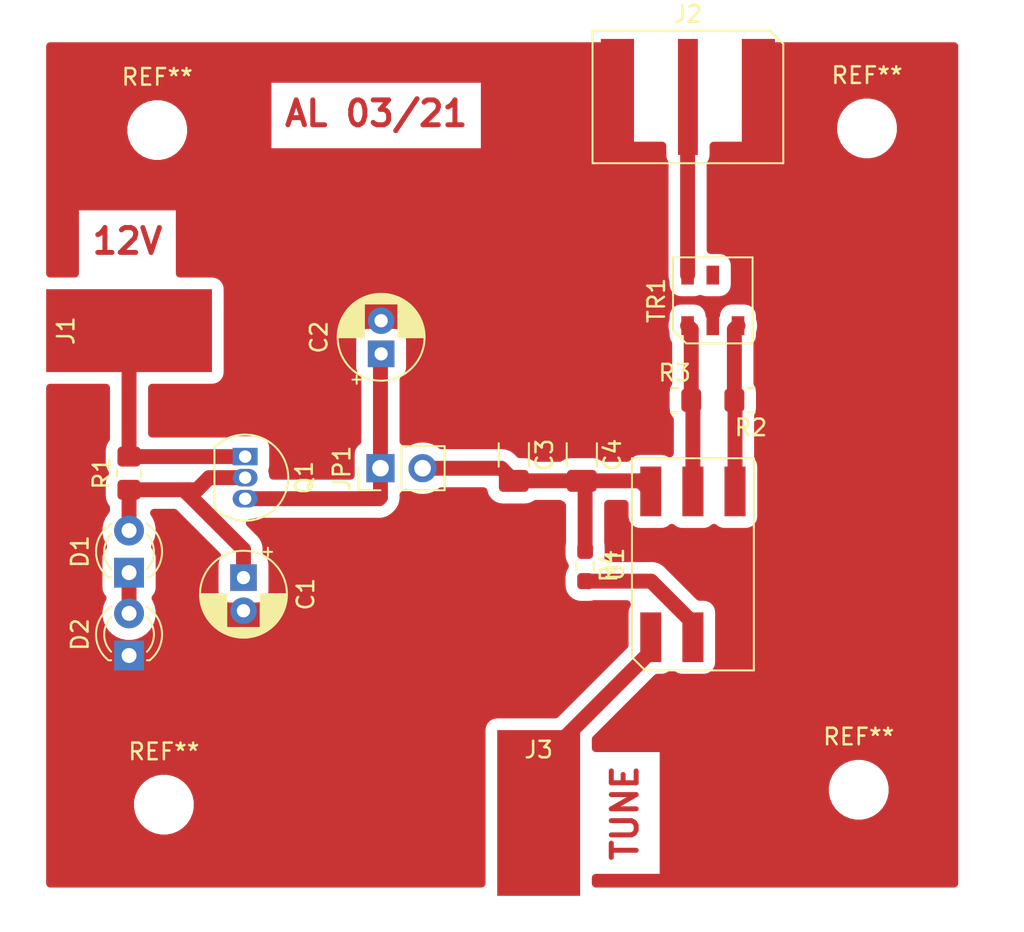
<source format=kicad_pcb>
(kicad_pcb (version 20171130) (host pcbnew 5.1.4+dfsg1-1~bpo10+1)

  (general
    (thickness 1.6)
    (drawings 3)
    (tracks 39)
    (zones 0)
    (modules 21)
    (nets 13)
  )

  (page A4)
  (layers
    (0 F.Cu signal)
    (31 B.Cu signal)
    (32 B.Adhes user)
    (33 F.Adhes user)
    (34 B.Paste user)
    (35 F.Paste user)
    (36 B.SilkS user)
    (37 F.SilkS user)
    (38 B.Mask user)
    (39 F.Mask user)
    (40 Dwgs.User user)
    (41 Cmts.User user)
    (42 Eco1.User user)
    (43 Eco2.User user)
    (44 Edge.Cuts user)
    (45 Margin user)
    (46 B.CrtYd user)
    (47 F.CrtYd user)
    (48 B.Fab user)
    (49 F.Fab user)
  )

  (setup
    (last_trace_width 0.25)
    (user_trace_width 0.5)
    (user_trace_width 0.9)
    (user_trace_width 1)
    (trace_clearance 0.2)
    (zone_clearance 0.7)
    (zone_45_only no)
    (trace_min 0.2)
    (via_size 0.8)
    (via_drill 0.4)
    (via_min_size 0.4)
    (via_min_drill 0.3)
    (uvia_size 0.3)
    (uvia_drill 0.1)
    (uvias_allowed no)
    (uvia_min_size 0.2)
    (uvia_min_drill 0.1)
    (edge_width 0.05)
    (segment_width 0.2)
    (pcb_text_width 0.3)
    (pcb_text_size 1.5 1.5)
    (mod_edge_width 0.12)
    (mod_text_size 1 1)
    (mod_text_width 0.15)
    (pad_size 2 7)
    (pad_drill 0)
    (pad_to_mask_clearance 0.051)
    (solder_mask_min_width 0.25)
    (aux_axis_origin 0 0)
    (visible_elements FFFFFF7F)
    (pcbplotparams
      (layerselection 0x010fc_ffffffff)
      (usegerberextensions false)
      (usegerberattributes false)
      (usegerberadvancedattributes false)
      (creategerberjobfile false)
      (excludeedgelayer true)
      (linewidth 0.100000)
      (plotframeref false)
      (viasonmask false)
      (mode 1)
      (useauxorigin false)
      (hpglpennumber 1)
      (hpglpenspeed 20)
      (hpglpendiameter 15.000000)
      (psnegative false)
      (psa4output false)
      (plotreference true)
      (plotvalue true)
      (plotinvisibletext false)
      (padsonsilk false)
      (subtractmaskfromsilk false)
      (outputformat 1)
      (mirror false)
      (drillshape 1)
      (scaleselection 1)
      (outputdirectory ""))
  )

  (net 0 "")
  (net 1 GND)
  (net 2 "Net-(C1-Pad1)")
  (net 3 "Net-(C2-Pad1)")
  (net 4 "Net-(D1-Pad1)")
  (net 5 "Net-(R2-Pad2)")
  (net 6 "Net-(R3-Pad2)")
  (net 7 "Net-(TR1-Pad5)")
  (net 8 "Net-(C3-Pad2)")
  (net 9 "Net-(J1-Pad1)")
  (net 10 "Net-(J2-Pad1)")
  (net 11 "Net-(J3-Pad1)")
  (net 12 "Net-(R4-Pad2)")

  (net_class Default "This is the default net class."
    (clearance 0.2)
    (trace_width 0.25)
    (via_dia 0.8)
    (via_drill 0.4)
    (uvia_dia 0.3)
    (uvia_drill 0.1)
    (add_net GND)
    (add_net "Net-(C1-Pad1)")
    (add_net "Net-(C2-Pad1)")
    (add_net "Net-(C3-Pad2)")
    (add_net "Net-(D1-Pad1)")
    (add_net "Net-(J1-Pad1)")
    (add_net "Net-(J2-Pad1)")
    (add_net "Net-(J3-Pad1)")
    (add_net "Net-(R2-Pad2)")
    (add_net "Net-(R3-Pad2)")
    (add_net "Net-(R4-Pad2)")
    (add_net "Net-(TR1-Pad5)")
  )

  (module MountingHole:MountingHole_2.2mm_M2 (layer F.Cu) (tedit 56D1B4CB) (tstamp 6059293A)
    (at 111 62.1)
    (descr "Mounting Hole 2.2mm, no annular, M2")
    (tags "mounting hole 2.2mm no annular m2")
    (attr virtual)
    (fp_text reference REF** (at 0 -3.2) (layer F.SilkS)
      (effects (font (size 1 1) (thickness 0.15)))
    )
    (fp_text value MountingHole_2.2mm_M2 (at 0 3.2) (layer F.Fab)
      (effects (font (size 1 1) (thickness 0.15)))
    )
    (fp_text user %R (at 0.3 0) (layer F.Fab)
      (effects (font (size 1 1) (thickness 0.15)))
    )
    (fp_circle (center 0 0) (end 2.2 0) (layer Cmts.User) (width 0.15))
    (fp_circle (center 0 0) (end 2.45 0) (layer F.CrtYd) (width 0.05))
    (pad 1 np_thru_hole circle (at 0 0) (size 2.2 2.2) (drill 2.2) (layers *.Cu *.Mask))
  )

  (module MountingHole:MountingHole_2.2mm_M2 (layer F.Cu) (tedit 56D1B4CB) (tstamp 6059293A)
    (at 69.1 63)
    (descr "Mounting Hole 2.2mm, no annular, M2")
    (tags "mounting hole 2.2mm no annular m2")
    (attr virtual)
    (fp_text reference REF** (at 0 -3.2) (layer F.SilkS)
      (effects (font (size 1 1) (thickness 0.15)))
    )
    (fp_text value MountingHole_2.2mm_M2 (at 0 3.2) (layer F.Fab)
      (effects (font (size 1 1) (thickness 0.15)))
    )
    (fp_text user %R (at 0.3 0) (layer F.Fab)
      (effects (font (size 1 1) (thickness 0.15)))
    )
    (fp_circle (center 0 0) (end 2.2 0) (layer Cmts.User) (width 0.15))
    (fp_circle (center 0 0) (end 2.45 0) (layer F.CrtYd) (width 0.05))
    (pad 1 np_thru_hole circle (at 0 0) (size 2.2 2.2) (drill 2.2) (layers *.Cu *.Mask))
  )

  (module MountingHole:MountingHole_2.2mm_M2 (layer F.Cu) (tedit 56D1B4CB) (tstamp 6059293A)
    (at 111.5 22.2)
    (descr "Mounting Hole 2.2mm, no annular, M2")
    (tags "mounting hole 2.2mm no annular m2")
    (attr virtual)
    (fp_text reference REF** (at 0 -3.2) (layer F.SilkS)
      (effects (font (size 1 1) (thickness 0.15)))
    )
    (fp_text value MountingHole_2.2mm_M2 (at 0 3.2) (layer F.Fab)
      (effects (font (size 1 1) (thickness 0.15)))
    )
    (fp_text user %R (at 0.3 0) (layer F.Fab)
      (effects (font (size 1 1) (thickness 0.15)))
    )
    (fp_circle (center 0 0) (end 2.2 0) (layer Cmts.User) (width 0.15))
    (fp_circle (center 0 0) (end 2.45 0) (layer F.CrtYd) (width 0.05))
    (pad 1 np_thru_hole circle (at 0 0) (size 2.2 2.2) (drill 2.2) (layers *.Cu *.Mask))
  )

  (module MountingHole:MountingHole_2.2mm_M2 (layer F.Cu) (tedit 56D1B4CB) (tstamp 60592930)
    (at 68.7 22.3)
    (descr "Mounting Hole 2.2mm, no annular, M2")
    (tags "mounting hole 2.2mm no annular m2")
    (attr virtual)
    (fp_text reference REF** (at 0 -3.2) (layer F.SilkS)
      (effects (font (size 1 1) (thickness 0.15)))
    )
    (fp_text value MountingHole_2.2mm_M2 (at 0 3.2) (layer F.Fab)
      (effects (font (size 1 1) (thickness 0.15)))
    )
    (fp_circle (center 0 0) (end 2.45 0) (layer F.CrtYd) (width 0.05))
    (fp_circle (center 0 0) (end 2.2 0) (layer Cmts.User) (width 0.15))
    (fp_text user %R (at 0.3 0) (layer F.Fab)
      (effects (font (size 1 1) (thickness 0.15)))
    )
    (pad 1 np_thru_hole circle (at 0 0) (size 2.2 2.2) (drill 2.2) (layers *.Cu *.Mask))
  )

  (module Resistor_SMD:R_0603_1608Metric_Pad0.98x0.95mm_HandSolder (layer F.Cu) (tedit 5F68FEEE) (tstamp 60591BE8)
    (at 94.5 48.6 270)
    (descr "Resistor SMD 0603 (1608 Metric), square (rectangular) end terminal, IPC_7351 nominal with elongated pad for handsoldering. (Body size source: IPC-SM-782 page 72, https://www.pcb-3d.com/wordpress/wp-content/uploads/ipc-sm-782a_amendment_1_and_2.pdf), generated with kicad-footprint-generator")
    (tags "resistor handsolder")
    (path /6059CDF9)
    (attr smd)
    (fp_text reference R4 (at 0 -1.43 90) (layer F.SilkS)
      (effects (font (size 1 1) (thickness 0.15)))
    )
    (fp_text value 220 (at 0 1.43 90) (layer F.Fab)
      (effects (font (size 1 1) (thickness 0.15)))
    )
    (fp_text user %R (at 0 0 90) (layer F.Fab)
      (effects (font (size 0.4 0.4) (thickness 0.06)))
    )
    (fp_line (start 1.65 0.73) (end -1.65 0.73) (layer F.CrtYd) (width 0.05))
    (fp_line (start 1.65 -0.73) (end 1.65 0.73) (layer F.CrtYd) (width 0.05))
    (fp_line (start -1.65 -0.73) (end 1.65 -0.73) (layer F.CrtYd) (width 0.05))
    (fp_line (start -1.65 0.73) (end -1.65 -0.73) (layer F.CrtYd) (width 0.05))
    (fp_line (start -0.254724 0.5225) (end 0.254724 0.5225) (layer F.SilkS) (width 0.12))
    (fp_line (start -0.254724 -0.5225) (end 0.254724 -0.5225) (layer F.SilkS) (width 0.12))
    (fp_line (start 0.8 0.4125) (end -0.8 0.4125) (layer F.Fab) (width 0.1))
    (fp_line (start 0.8 -0.4125) (end 0.8 0.4125) (layer F.Fab) (width 0.1))
    (fp_line (start -0.8 -0.4125) (end 0.8 -0.4125) (layer F.Fab) (width 0.1))
    (fp_line (start -0.8 0.4125) (end -0.8 -0.4125) (layer F.Fab) (width 0.1))
    (pad 2 smd roundrect (at 0.9125 0 270) (size 0.975 0.95) (layers F.Cu F.Paste F.Mask) (roundrect_rratio 0.25)
      (net 12 "Net-(R4-Pad2)"))
    (pad 1 smd roundrect (at -0.9125 0 270) (size 0.975 0.95) (layers F.Cu F.Paste F.Mask) (roundrect_rratio 0.25)
      (net 8 "Net-(C3-Pad2)"))
    (model ${KISYS3DMOD}/Resistor_SMD.3dshapes/R_0603_1608Metric.wrl
      (at (xyz 0 0 0))
      (scale (xyz 1 1 1))
      (rotate (xyz 0 0 0))
    )
  )

  (module saw-osc-622:SOIC-3 (layer F.Cu) (tedit 605892B0) (tstamp 605900BD)
    (at 100.7 20.3 180)
    (path /6058B123)
    (attr smd)
    (fp_text reference J2 (at 0 5) (layer F.SilkS)
      (effects (font (size 1 1) (thickness 0.15)))
    )
    (fp_text value SMA (at 0 -5) (layer F.Fab)
      (effects (font (size 1 1) (thickness 0.15)))
    )
    (fp_line (start -5.5 3.75) (end -5.5 -3.75) (layer F.CrtYd) (width 0.05))
    (fp_line (start 5.5 3.75) (end -5.5 3.75) (layer F.CrtYd) (width 0.05))
    (fp_line (start 5.5 -3.75) (end 5.5 3.75) (layer F.CrtYd) (width 0.05))
    (fp_line (start -5.5 -3.75) (end 5.5 -3.75) (layer F.CrtYd) (width 0.05))
    (fp_line (start 5.75 4) (end -4.95 4) (layer F.SilkS) (width 0.12))
    (fp_line (start 5.75 -4) (end 5.75 4) (layer F.SilkS) (width 0.12))
    (fp_line (start -5.75 -4) (end 5.75 -4) (layer F.SilkS) (width 0.12))
    (fp_line (start -5.75 3.2) (end -5.75 -4) (layer F.SilkS) (width 0.12))
    (fp_line (start -4.95 4) (end -5.75 3.2) (layer F.SilkS) (width 0.12))
    (pad 3 smd rect (at 4.25 0 180) (size 2 7) (layers F.Cu F.Paste F.Mask)
      (net 1 GND))
    (pad 1 smd rect (at 0 0 180) (size 1.2 7) (layers F.Cu F.Paste F.Mask)
      (net 10 "Net-(J2-Pad1)"))
    (pad 2 smd rect (at -4.25 0 180) (size 2 7) (layers F.Cu F.Paste F.Mask)
      (net 1 GND))
  )

  (module Connector_PinHeader_2.54mm:PinHeader_1x02_P2.54mm_Vertical (layer F.Cu) (tedit 59FED5CC) (tstamp 6058E2F7)
    (at 82.16 42.7 90)
    (descr "Through hole straight pin header, 1x02, 2.54mm pitch, single row")
    (tags "Through hole pin header THT 1x02 2.54mm single row")
    (path /6058A007)
    (fp_text reference JP1 (at 0 -2.33 90) (layer F.SilkS)
      (effects (font (size 1 1) (thickness 0.15)))
    )
    (fp_text value Jumper (at 0 4.87 90) (layer F.Fab)
      (effects (font (size 1 1) (thickness 0.15)))
    )
    (fp_text user %R (at 1.3 1.1) (layer F.Fab)
      (effects (font (size 1 1) (thickness 0.15)))
    )
    (fp_line (start 1.8 -1.8) (end -1.8 -1.8) (layer F.CrtYd) (width 0.05))
    (fp_line (start 1.8 4.35) (end 1.8 -1.8) (layer F.CrtYd) (width 0.05))
    (fp_line (start -1.8 4.35) (end 1.8 4.35) (layer F.CrtYd) (width 0.05))
    (fp_line (start -1.8 -1.8) (end -1.8 4.35) (layer F.CrtYd) (width 0.05))
    (fp_line (start -1.33 -1.33) (end 0 -1.33) (layer F.SilkS) (width 0.12))
    (fp_line (start -1.33 0) (end -1.33 -1.33) (layer F.SilkS) (width 0.12))
    (fp_line (start -1.33 1.27) (end 1.33 1.27) (layer F.SilkS) (width 0.12))
    (fp_line (start 1.33 1.27) (end 1.33 3.87) (layer F.SilkS) (width 0.12))
    (fp_line (start -1.33 1.27) (end -1.33 3.87) (layer F.SilkS) (width 0.12))
    (fp_line (start -1.33 3.87) (end 1.33 3.87) (layer F.SilkS) (width 0.12))
    (fp_line (start -1.27 -0.635) (end -0.635 -1.27) (layer F.Fab) (width 0.1))
    (fp_line (start -1.27 3.81) (end -1.27 -0.635) (layer F.Fab) (width 0.1))
    (fp_line (start 1.27 3.81) (end -1.27 3.81) (layer F.Fab) (width 0.1))
    (fp_line (start 1.27 -1.27) (end 1.27 3.81) (layer F.Fab) (width 0.1))
    (fp_line (start -0.635 -1.27) (end 1.27 -1.27) (layer F.Fab) (width 0.1))
    (pad 2 thru_hole oval (at 0 2.54 90) (size 1.7 1.7) (drill 1) (layers *.Cu *.Mask)
      (net 8 "Net-(C3-Pad2)"))
    (pad 1 thru_hole rect (at 0 0 90) (size 1.7 1.7) (drill 1) (layers *.Cu *.Mask)
      (net 3 "Net-(C2-Pad1)"))
    (model ${KISYS3DMOD}/Connector_PinHeader_2.54mm.3dshapes/PinHeader_1x02_P2.54mm_Vertical.wrl
      (at (xyz 0 0 0))
      (scale (xyz 1 1 1))
      (rotate (xyz 0 0 0))
    )
  )

  (module Connector_Wire:SolderWirePad_1x01_SMD_5x10mm (layer F.Cu) (tedit 5640A485) (tstamp 6058E2E1)
    (at 91.7 63.5)
    (descr "Wire Pad, Square, SMD Pad,  5mm x 10mm,")
    (tags "MesurementPoint Square SMDPad 5mmx10mm ")
    (path /60595A6E)
    (attr smd virtual)
    (fp_text reference J3 (at 0 -3.81) (layer F.SilkS)
      (effects (font (size 1 1) (thickness 0.15)))
    )
    (fp_text value TUNE (at 0 6.35) (layer F.Fab)
      (effects (font (size 1 1) (thickness 0.15)))
    )
    (fp_line (start -2.75 -5.25) (end -2.75 5.25) (layer F.CrtYd) (width 0.05))
    (fp_line (start -2.75 5.25) (end 2.75 5.25) (layer F.CrtYd) (width 0.05))
    (fp_line (start 2.75 5.25) (end 2.75 -5.25) (layer F.CrtYd) (width 0.05))
    (fp_line (start 2.75 -5.25) (end -2.75 -5.25) (layer F.CrtYd) (width 0.05))
    (fp_text user %R (at 0 0) (layer F.Fab)
      (effects (font (size 1 1) (thickness 0.15)))
    )
    (pad 1 smd rect (at 0 0) (size 5 10) (layers F.Cu F.Paste F.Mask)
      (net 11 "Net-(J3-Pad1)"))
  )

  (module Connector_Wire:SolderWirePad_1x01_SMD_5x10mm (layer F.Cu) (tedit 5640A485) (tstamp 6058E2C7)
    (at 67 34.4 90)
    (descr "Wire Pad, Square, SMD Pad,  5mm x 10mm,")
    (tags "MesurementPoint Square SMDPad 5mmx10mm ")
    (path /6058CBFE)
    (attr smd virtual)
    (fp_text reference J1 (at 0 -3.81 90) (layer F.SilkS)
      (effects (font (size 1 1) (thickness 0.15)))
    )
    (fp_text value 12V (at 0 6.35 90) (layer F.Fab)
      (effects (font (size 1 1) (thickness 0.15)))
    )
    (fp_line (start -2.75 -5.25) (end -2.75 5.25) (layer F.CrtYd) (width 0.05))
    (fp_line (start -2.75 5.25) (end 2.75 5.25) (layer F.CrtYd) (width 0.05))
    (fp_line (start 2.75 5.25) (end 2.75 -5.25) (layer F.CrtYd) (width 0.05))
    (fp_line (start 2.75 -5.25) (end -2.75 -5.25) (layer F.CrtYd) (width 0.05))
    (fp_text user %R (at 0 0 90) (layer F.Fab)
      (effects (font (size 1 1) (thickness 0.15)))
    )
    (pad 1 smd rect (at 0 0 90) (size 5 10) (layers F.Cu F.Paste F.Mask)
      (net 9 "Net-(J1-Pad1)"))
  )

  (module saw-osc-622:VS-500 (layer F.Cu) (tedit 0) (tstamp 6053E5B1)
    (at 101 48.5)
    (path /6053A3CC)
    (attr smd)
    (fp_text reference U1 (at -4.675 0 90) (layer F.SilkS)
      (effects (font (size 1 1) (thickness 0.15)))
    )
    (fp_text value VS-500 (at 0 0) (layer F.Fab)
      (effects (font (size 1 1) (thickness 0.15)))
    )
    (fp_line (start -3.42 6.15) (end -3.42 -6.15) (layer F.CrtYd) (width 0.05))
    (fp_line (start 3.42 6.15) (end -3.42 6.15) (layer F.CrtYd) (width 0.05))
    (fp_line (start 3.42 -6.15) (end 3.42 6.15) (layer F.CrtYd) (width 0.05))
    (fp_line (start -3.42 -6.15) (end 3.42 -6.15) (layer F.CrtYd) (width 0.05))
    (fp_line (start 3.675 6.4) (end -2.875 6.4) (layer F.SilkS) (width 0.12))
    (fp_line (start 3.675 -6.4) (end 3.675 6.4) (layer F.SilkS) (width 0.12))
    (fp_line (start -3.675 -6.4) (end 3.675 -6.4) (layer F.SilkS) (width 0.12))
    (fp_line (start -3.675 5.6) (end -3.675 -6.4) (layer F.SilkS) (width 0.12))
    (fp_line (start -2.875 6.4) (end -3.675 5.6) (layer F.SilkS) (width 0.12))
    (pad 3 smd rect (at 2.54 4.4) (size 1.27 3) (layers F.Cu F.Paste F.Mask)
      (net 1 GND))
    (pad 4 smd rect (at 2.54 -4.4) (size 1.27 3) (layers F.Cu F.Paste F.Mask)
      (net 5 "Net-(R2-Pad2)"))
    (pad 2 smd rect (at 0 4.4) (size 1.27 3) (layers F.Cu F.Paste F.Mask)
      (net 12 "Net-(R4-Pad2)"))
    (pad 5 smd rect (at 0 -4.4) (size 1.27 3) (layers F.Cu F.Paste F.Mask)
      (net 6 "Net-(R3-Pad2)"))
    (pad 1 smd rect (at -2.54 4.4) (size 1.27 3) (layers F.Cu F.Paste F.Mask)
      (net 11 "Net-(J3-Pad1)"))
    (pad 6 smd rect (at -2.54 -4.4) (size 1.27 3) (layers F.Cu F.Paste F.Mask)
      (net 8 "Net-(C3-Pad2)"))
  )

  (module saw-osc-622:WBC1-1LB (layer F.Cu) (tedit 0) (tstamp 6053E59E)
    (at 102.2 32.575)
    (path /6053A793)
    (attr smd)
    (fp_text reference TR1 (at -3.4 0 90) (layer F.SilkS)
      (effects (font (size 1 1) (thickness 0.15)))
    )
    (fp_text value WBC1-1LB (at 0 0) (layer F.Fab)
      (effects (font (size 1 1) (thickness 0.15)))
    )
    (fp_line (start -2.15 2.34) (end -2.15 -2.34) (layer F.CrtYd) (width 0.05))
    (fp_line (start 2.15 2.34) (end -2.15 2.34) (layer F.CrtYd) (width 0.05))
    (fp_line (start 2.15 -2.34) (end 2.15 2.34) (layer F.CrtYd) (width 0.05))
    (fp_line (start -2.15 -2.34) (end 2.15 -2.34) (layer F.CrtYd) (width 0.05))
    (fp_line (start 2.4 2.595) (end -1.6 2.595) (layer F.SilkS) (width 0.12))
    (fp_line (start 2.4 -2.595) (end 2.4 2.595) (layer F.SilkS) (width 0.12))
    (fp_line (start -2.4 -2.595) (end 2.4 -2.595) (layer F.SilkS) (width 0.12))
    (fp_line (start -2.4 1.795) (end -2.4 -2.595) (layer F.SilkS) (width 0.12))
    (fp_line (start -1.6 2.595) (end -2.4 1.795) (layer F.SilkS) (width 0.12))
    (pad 3 smd rect (at 1.52 1.525) (size 0.76 1.14) (layers F.Cu F.Paste F.Mask)
      (net 5 "Net-(R2-Pad2)"))
    (pad 4 smd rect (at 1.52 -1.525) (size 0.76 1.14) (layers F.Cu F.Paste F.Mask)
      (net 1 GND))
    (pad 2 smd rect (at 0 1.525) (size 0.76 1.14) (layers F.Cu F.Paste F.Mask)
      (net 1 GND))
    (pad 5 smd rect (at 0 -1.525) (size 0.76 1.14) (layers F.Cu F.Paste F.Mask)
      (net 7 "Net-(TR1-Pad5)"))
    (pad 1 smd rect (at -1.52 1.525) (size 0.76 1.14) (layers F.Cu F.Paste F.Mask)
      (net 6 "Net-(R3-Pad2)"))
    (pad 6 smd rect (at -1.52 -1.525) (size 0.76 1.14) (layers F.Cu F.Paste F.Mask)
      (net 10 "Net-(J2-Pad1)"))
  )

  (module Resistor_SMD:R_0805_2012Metric_Pad1.20x1.40mm_HandSolder (layer F.Cu) (tedit 5F68FEEE) (tstamp 6053E58B)
    (at 99.9 38.6)
    (descr "Resistor SMD 0805 (2012 Metric), square (rectangular) end terminal, IPC_7351 nominal with elongated pad for handsoldering. (Body size source: IPC-SM-782 page 72, https://www.pcb-3d.com/wordpress/wp-content/uploads/ipc-sm-782a_amendment_1_and_2.pdf), generated with kicad-footprint-generator")
    (tags "resistor handsolder")
    (path /6053B879)
    (attr smd)
    (fp_text reference R3 (at 0 -1.65) (layer F.SilkS)
      (effects (font (size 1 1) (thickness 0.15)))
    )
    (fp_text value 470 (at 0 1.65) (layer F.Fab)
      (effects (font (size 1 1) (thickness 0.15)))
    )
    (fp_text user %R (at 0 0) (layer F.Fab)
      (effects (font (size 0.5 0.5) (thickness 0.08)))
    )
    (fp_line (start 1.85 0.95) (end -1.85 0.95) (layer F.CrtYd) (width 0.05))
    (fp_line (start 1.85 -0.95) (end 1.85 0.95) (layer F.CrtYd) (width 0.05))
    (fp_line (start -1.85 -0.95) (end 1.85 -0.95) (layer F.CrtYd) (width 0.05))
    (fp_line (start -1.85 0.95) (end -1.85 -0.95) (layer F.CrtYd) (width 0.05))
    (fp_line (start -0.227064 0.735) (end 0.227064 0.735) (layer F.SilkS) (width 0.12))
    (fp_line (start -0.227064 -0.735) (end 0.227064 -0.735) (layer F.SilkS) (width 0.12))
    (fp_line (start 1 0.625) (end -1 0.625) (layer F.Fab) (width 0.1))
    (fp_line (start 1 -0.625) (end 1 0.625) (layer F.Fab) (width 0.1))
    (fp_line (start -1 -0.625) (end 1 -0.625) (layer F.Fab) (width 0.1))
    (fp_line (start -1 0.625) (end -1 -0.625) (layer F.Fab) (width 0.1))
    (pad 2 smd roundrect (at 1 0) (size 1.2 1.4) (layers F.Cu F.Paste F.Mask) (roundrect_rratio 0.208333)
      (net 6 "Net-(R3-Pad2)"))
    (pad 1 smd roundrect (at -1 0) (size 1.2 1.4) (layers F.Cu F.Paste F.Mask) (roundrect_rratio 0.208333)
      (net 1 GND))
    (model ${KISYS3DMOD}/Resistor_SMD.3dshapes/R_0805_2012Metric.wrl
      (at (xyz 0 0 0))
      (scale (xyz 1 1 1))
      (rotate (xyz 0 0 0))
    )
  )

  (module Resistor_SMD:R_0805_2012Metric_Pad1.20x1.40mm_HandSolder (layer F.Cu) (tedit 5F68FEEE) (tstamp 6053E57A)
    (at 104.5 38.6 180)
    (descr "Resistor SMD 0805 (2012 Metric), square (rectangular) end terminal, IPC_7351 nominal with elongated pad for handsoldering. (Body size source: IPC-SM-782 page 72, https://www.pcb-3d.com/wordpress/wp-content/uploads/ipc-sm-782a_amendment_1_and_2.pdf), generated with kicad-footprint-generator")
    (tags "resistor handsolder")
    (path /6053B1AF)
    (attr smd)
    (fp_text reference R2 (at 0 -1.65) (layer F.SilkS)
      (effects (font (size 1 1) (thickness 0.15)))
    )
    (fp_text value 470 (at 0 1.65) (layer F.Fab)
      (effects (font (size 1 1) (thickness 0.15)))
    )
    (fp_text user %R (at 0 0) (layer F.Fab)
      (effects (font (size 0.5 0.5) (thickness 0.08)))
    )
    (fp_line (start 1.85 0.95) (end -1.85 0.95) (layer F.CrtYd) (width 0.05))
    (fp_line (start 1.85 -0.95) (end 1.85 0.95) (layer F.CrtYd) (width 0.05))
    (fp_line (start -1.85 -0.95) (end 1.85 -0.95) (layer F.CrtYd) (width 0.05))
    (fp_line (start -1.85 0.95) (end -1.85 -0.95) (layer F.CrtYd) (width 0.05))
    (fp_line (start -0.227064 0.735) (end 0.227064 0.735) (layer F.SilkS) (width 0.12))
    (fp_line (start -0.227064 -0.735) (end 0.227064 -0.735) (layer F.SilkS) (width 0.12))
    (fp_line (start 1 0.625) (end -1 0.625) (layer F.Fab) (width 0.1))
    (fp_line (start 1 -0.625) (end 1 0.625) (layer F.Fab) (width 0.1))
    (fp_line (start -1 -0.625) (end 1 -0.625) (layer F.Fab) (width 0.1))
    (fp_line (start -1 0.625) (end -1 -0.625) (layer F.Fab) (width 0.1))
    (pad 2 smd roundrect (at 1 0 180) (size 1.2 1.4) (layers F.Cu F.Paste F.Mask) (roundrect_rratio 0.208333)
      (net 5 "Net-(R2-Pad2)"))
    (pad 1 smd roundrect (at -1 0 180) (size 1.2 1.4) (layers F.Cu F.Paste F.Mask) (roundrect_rratio 0.208333)
      (net 1 GND))
    (model ${KISYS3DMOD}/Resistor_SMD.3dshapes/R_0805_2012Metric.wrl
      (at (xyz 0 0 0))
      (scale (xyz 1 1 1))
      (rotate (xyz 0 0 0))
    )
  )

  (module Resistor_SMD:R_0805_2012Metric_Pad1.20x1.40mm_HandSolder (layer F.Cu) (tedit 5F68FEEE) (tstamp 6053E569)
    (at 67 43 90)
    (descr "Resistor SMD 0805 (2012 Metric), square (rectangular) end terminal, IPC_7351 nominal with elongated pad for handsoldering. (Body size source: IPC-SM-782 page 72, https://www.pcb-3d.com/wordpress/wp-content/uploads/ipc-sm-782a_amendment_1_and_2.pdf), generated with kicad-footprint-generator")
    (tags "resistor handsolder")
    (path /6053BBCF)
    (attr smd)
    (fp_text reference R1 (at 0 -1.65 90) (layer F.SilkS)
      (effects (font (size 1 1) (thickness 0.15)))
    )
    (fp_text value 1k2 (at 0 1.65 90) (layer F.Fab)
      (effects (font (size 1 1) (thickness 0.15)))
    )
    (fp_text user %R (at 0 0 90) (layer F.Fab)
      (effects (font (size 0.5 0.5) (thickness 0.08)))
    )
    (fp_line (start 1.85 0.95) (end -1.85 0.95) (layer F.CrtYd) (width 0.05))
    (fp_line (start 1.85 -0.95) (end 1.85 0.95) (layer F.CrtYd) (width 0.05))
    (fp_line (start -1.85 -0.95) (end 1.85 -0.95) (layer F.CrtYd) (width 0.05))
    (fp_line (start -1.85 0.95) (end -1.85 -0.95) (layer F.CrtYd) (width 0.05))
    (fp_line (start -0.227064 0.735) (end 0.227064 0.735) (layer F.SilkS) (width 0.12))
    (fp_line (start -0.227064 -0.735) (end 0.227064 -0.735) (layer F.SilkS) (width 0.12))
    (fp_line (start 1 0.625) (end -1 0.625) (layer F.Fab) (width 0.1))
    (fp_line (start 1 -0.625) (end 1 0.625) (layer F.Fab) (width 0.1))
    (fp_line (start -1 -0.625) (end 1 -0.625) (layer F.Fab) (width 0.1))
    (fp_line (start -1 0.625) (end -1 -0.625) (layer F.Fab) (width 0.1))
    (pad 2 smd roundrect (at 1 0 90) (size 1.2 1.4) (layers F.Cu F.Paste F.Mask) (roundrect_rratio 0.208333)
      (net 9 "Net-(J1-Pad1)"))
    (pad 1 smd roundrect (at -1 0 90) (size 1.2 1.4) (layers F.Cu F.Paste F.Mask) (roundrect_rratio 0.208333)
      (net 2 "Net-(C1-Pad1)"))
    (model ${KISYS3DMOD}/Resistor_SMD.3dshapes/R_0805_2012Metric.wrl
      (at (xyz 0 0 0))
      (scale (xyz 1 1 1))
      (rotate (xyz 0 0 0))
    )
  )

  (module Package_TO_SOT_THT:TO-92_Inline (layer F.Cu) (tedit 5A1DD157) (tstamp 6053E558)
    (at 74 42 270)
    (descr "TO-92 leads in-line, narrow, oval pads, drill 0.75mm (see NXP sot054_po.pdf)")
    (tags "to-92 sc-43 sc-43a sot54 PA33 transistor")
    (path /6054104C)
    (fp_text reference Q1 (at 1.27 -3.56 90) (layer F.SilkS)
      (effects (font (size 1 1) (thickness 0.15)))
    )
    (fp_text value BC548 (at 1.27 2.79 90) (layer F.Fab)
      (effects (font (size 1 1) (thickness 0.15)))
    )
    (fp_arc (start 1.27 0) (end 1.27 -2.6) (angle 135) (layer F.SilkS) (width 0.12))
    (fp_arc (start 1.27 0) (end 1.27 -2.48) (angle -135) (layer F.Fab) (width 0.1))
    (fp_arc (start 1.27 0) (end 1.27 -2.6) (angle -135) (layer F.SilkS) (width 0.12))
    (fp_arc (start 1.27 0) (end 1.27 -2.48) (angle 135) (layer F.Fab) (width 0.1))
    (fp_line (start 4 2.01) (end -1.46 2.01) (layer F.CrtYd) (width 0.05))
    (fp_line (start 4 2.01) (end 4 -2.73) (layer F.CrtYd) (width 0.05))
    (fp_line (start -1.46 -2.73) (end -1.46 2.01) (layer F.CrtYd) (width 0.05))
    (fp_line (start -1.46 -2.73) (end 4 -2.73) (layer F.CrtYd) (width 0.05))
    (fp_line (start -0.5 1.75) (end 3 1.75) (layer F.Fab) (width 0.1))
    (fp_line (start -0.53 1.85) (end 3.07 1.85) (layer F.SilkS) (width 0.12))
    (fp_text user %R (at 1.27 0 90) (layer F.Fab)
      (effects (font (size 1 1) (thickness 0.15)))
    )
    (pad 1 thru_hole rect (at 0 0 270) (size 1.05 1.5) (drill 0.75) (layers *.Cu *.Mask)
      (net 9 "Net-(J1-Pad1)"))
    (pad 3 thru_hole oval (at 2.54 0 270) (size 1.05 1.5) (drill 0.75) (layers *.Cu *.Mask)
      (net 3 "Net-(C2-Pad1)"))
    (pad 2 thru_hole oval (at 1.27 0 270) (size 1.05 1.5) (drill 0.75) (layers *.Cu *.Mask)
      (net 2 "Net-(C1-Pad1)"))
    (model ${KISYS3DMOD}/Package_TO_SOT_THT.3dshapes/TO-92_Inline.wrl
      (at (xyz 0 0 0))
      (scale (xyz 1 1 1))
      (rotate (xyz 0 0 0))
    )
  )

  (module LED_THT:LED_D3.0mm (layer F.Cu) (tedit 587A3A7B) (tstamp 6053E546)
    (at 67 54 90)
    (descr "LED, diameter 3.0mm, 2 pins")
    (tags "LED diameter 3.0mm 2 pins")
    (path /60541A4F)
    (fp_text reference D2 (at 1.27 -2.96 90) (layer F.SilkS)
      (effects (font (size 1 1) (thickness 0.15)))
    )
    (fp_text value modra (at 1.27 2.96 90) (layer F.Fab)
      (effects (font (size 1 1) (thickness 0.15)))
    )
    (fp_line (start 3.7 -2.25) (end -1.15 -2.25) (layer F.CrtYd) (width 0.05))
    (fp_line (start 3.7 2.25) (end 3.7 -2.25) (layer F.CrtYd) (width 0.05))
    (fp_line (start -1.15 2.25) (end 3.7 2.25) (layer F.CrtYd) (width 0.05))
    (fp_line (start -1.15 -2.25) (end -1.15 2.25) (layer F.CrtYd) (width 0.05))
    (fp_line (start -0.29 1.08) (end -0.29 1.236) (layer F.SilkS) (width 0.12))
    (fp_line (start -0.29 -1.236) (end -0.29 -1.08) (layer F.SilkS) (width 0.12))
    (fp_line (start -0.23 -1.16619) (end -0.23 1.16619) (layer F.Fab) (width 0.1))
    (fp_circle (center 1.27 0) (end 2.77 0) (layer F.Fab) (width 0.1))
    (fp_arc (start 1.27 0) (end 0.229039 1.08) (angle -87.9) (layer F.SilkS) (width 0.12))
    (fp_arc (start 1.27 0) (end 0.229039 -1.08) (angle 87.9) (layer F.SilkS) (width 0.12))
    (fp_arc (start 1.27 0) (end -0.29 1.235516) (angle -108.8) (layer F.SilkS) (width 0.12))
    (fp_arc (start 1.27 0) (end -0.29 -1.235516) (angle 108.8) (layer F.SilkS) (width 0.12))
    (fp_arc (start 1.27 0) (end -0.23 -1.16619) (angle 284.3) (layer F.Fab) (width 0.1))
    (pad 2 thru_hole circle (at 2.54 0 90) (size 1.8 1.8) (drill 0.9) (layers *.Cu *.Mask)
      (net 4 "Net-(D1-Pad1)"))
    (pad 1 thru_hole rect (at 0 0 90) (size 1.8 1.8) (drill 0.9) (layers *.Cu *.Mask)
      (net 1 GND))
    (model ${KISYS3DMOD}/LED_THT.3dshapes/LED_D3.0mm.wrl
      (at (xyz 0 0 0))
      (scale (xyz 1 1 1))
      (rotate (xyz 0 0 0))
    )
  )

  (module LED_THT:LED_D3.0mm (layer F.Cu) (tedit 587A3A7B) (tstamp 6053E533)
    (at 67 49 90)
    (descr "LED, diameter 3.0mm, 2 pins")
    (tags "LED diameter 3.0mm 2 pins")
    (path /6054207D)
    (fp_text reference D1 (at 1.27 -2.96 90) (layer F.SilkS)
      (effects (font (size 1 1) (thickness 0.15)))
    )
    (fp_text value modra (at 1.27 2.96 90) (layer F.Fab)
      (effects (font (size 1 1) (thickness 0.15)))
    )
    (fp_line (start 3.7 -2.25) (end -1.15 -2.25) (layer F.CrtYd) (width 0.05))
    (fp_line (start 3.7 2.25) (end 3.7 -2.25) (layer F.CrtYd) (width 0.05))
    (fp_line (start -1.15 2.25) (end 3.7 2.25) (layer F.CrtYd) (width 0.05))
    (fp_line (start -1.15 -2.25) (end -1.15 2.25) (layer F.CrtYd) (width 0.05))
    (fp_line (start -0.29 1.08) (end -0.29 1.236) (layer F.SilkS) (width 0.12))
    (fp_line (start -0.29 -1.236) (end -0.29 -1.08) (layer F.SilkS) (width 0.12))
    (fp_line (start -0.23 -1.16619) (end -0.23 1.16619) (layer F.Fab) (width 0.1))
    (fp_circle (center 1.27 0) (end 2.77 0) (layer F.Fab) (width 0.1))
    (fp_arc (start 1.27 0) (end 0.229039 1.08) (angle -87.9) (layer F.SilkS) (width 0.12))
    (fp_arc (start 1.27 0) (end 0.229039 -1.08) (angle 87.9) (layer F.SilkS) (width 0.12))
    (fp_arc (start 1.27 0) (end -0.29 1.235516) (angle -108.8) (layer F.SilkS) (width 0.12))
    (fp_arc (start 1.27 0) (end -0.29 -1.235516) (angle 108.8) (layer F.SilkS) (width 0.12))
    (fp_arc (start 1.27 0) (end -0.23 -1.16619) (angle 284.3) (layer F.Fab) (width 0.1))
    (pad 2 thru_hole circle (at 2.54 0 90) (size 1.8 1.8) (drill 0.9) (layers *.Cu *.Mask)
      (net 2 "Net-(C1-Pad1)"))
    (pad 1 thru_hole rect (at 0 0 90) (size 1.8 1.8) (drill 0.9) (layers *.Cu *.Mask)
      (net 4 "Net-(D1-Pad1)"))
    (model ${KISYS3DMOD}/LED_THT.3dshapes/LED_D3.0mm.wrl
      (at (xyz 0 0 0))
      (scale (xyz 1 1 1))
      (rotate (xyz 0 0 0))
    )
  )

  (module Capacitor_SMD:C_1206_3216Metric_Pad1.33x1.80mm_HandSolder (layer F.Cu) (tedit 5F68FEEF) (tstamp 6053E520)
    (at 94.3 41.9 270)
    (descr "Capacitor SMD 1206 (3216 Metric), square (rectangular) end terminal, IPC_7351 nominal with elongated pad for handsoldering. (Body size source: IPC-SM-782 page 76, https://www.pcb-3d.com/wordpress/wp-content/uploads/ipc-sm-782a_amendment_1_and_2.pdf), generated with kicad-footprint-generator")
    (tags "capacitor handsolder")
    (path /6053CCDB)
    (attr smd)
    (fp_text reference C4 (at 0 -1.85 90) (layer F.SilkS)
      (effects (font (size 1 1) (thickness 0.15)))
    )
    (fp_text value 10n (at 0 1.85 90) (layer F.Fab)
      (effects (font (size 1 1) (thickness 0.15)))
    )
    (fp_text user %R (at 0 0 90) (layer F.Fab)
      (effects (font (size 0.8 0.8) (thickness 0.12)))
    )
    (fp_line (start 2.48 1.15) (end -2.48 1.15) (layer F.CrtYd) (width 0.05))
    (fp_line (start 2.48 -1.15) (end 2.48 1.15) (layer F.CrtYd) (width 0.05))
    (fp_line (start -2.48 -1.15) (end 2.48 -1.15) (layer F.CrtYd) (width 0.05))
    (fp_line (start -2.48 1.15) (end -2.48 -1.15) (layer F.CrtYd) (width 0.05))
    (fp_line (start -0.711252 0.91) (end 0.711252 0.91) (layer F.SilkS) (width 0.12))
    (fp_line (start -0.711252 -0.91) (end 0.711252 -0.91) (layer F.SilkS) (width 0.12))
    (fp_line (start 1.6 0.8) (end -1.6 0.8) (layer F.Fab) (width 0.1))
    (fp_line (start 1.6 -0.8) (end 1.6 0.8) (layer F.Fab) (width 0.1))
    (fp_line (start -1.6 -0.8) (end 1.6 -0.8) (layer F.Fab) (width 0.1))
    (fp_line (start -1.6 0.8) (end -1.6 -0.8) (layer F.Fab) (width 0.1))
    (pad 2 smd roundrect (at 1.5625 0 270) (size 1.325 1.8) (layers F.Cu F.Paste F.Mask) (roundrect_rratio 0.188679)
      (net 8 "Net-(C3-Pad2)"))
    (pad 1 smd roundrect (at -1.5625 0 270) (size 1.325 1.8) (layers F.Cu F.Paste F.Mask) (roundrect_rratio 0.188679)
      (net 1 GND))
    (model ${KISYS3DMOD}/Capacitor_SMD.3dshapes/C_1206_3216Metric.wrl
      (at (xyz 0 0 0))
      (scale (xyz 1 1 1))
      (rotate (xyz 0 0 0))
    )
  )

  (module Capacitor_SMD:C_1206_3216Metric_Pad1.33x1.80mm_HandSolder (layer F.Cu) (tedit 5F68FEEF) (tstamp 6053E50F)
    (at 90.2 41.9 270)
    (descr "Capacitor SMD 1206 (3216 Metric), square (rectangular) end terminal, IPC_7351 nominal with elongated pad for handsoldering. (Body size source: IPC-SM-782 page 76, https://www.pcb-3d.com/wordpress/wp-content/uploads/ipc-sm-782a_amendment_1_and_2.pdf), generated with kicad-footprint-generator")
    (tags "capacitor handsolder")
    (path /6053C0E6)
    (attr smd)
    (fp_text reference C3 (at 0 -1.85 90) (layer F.SilkS)
      (effects (font (size 1 1) (thickness 0.15)))
    )
    (fp_text value 100n (at 0 1.85 90) (layer F.Fab)
      (effects (font (size 1 1) (thickness 0.15)))
    )
    (fp_text user %R (at -0.1375 0 90) (layer F.Fab)
      (effects (font (size 0.8 0.8) (thickness 0.12)))
    )
    (fp_line (start 2.48 1.15) (end -2.48 1.15) (layer F.CrtYd) (width 0.05))
    (fp_line (start 2.48 -1.15) (end 2.48 1.15) (layer F.CrtYd) (width 0.05))
    (fp_line (start -2.48 -1.15) (end 2.48 -1.15) (layer F.CrtYd) (width 0.05))
    (fp_line (start -2.48 1.15) (end -2.48 -1.15) (layer F.CrtYd) (width 0.05))
    (fp_line (start -0.711252 0.91) (end 0.711252 0.91) (layer F.SilkS) (width 0.12))
    (fp_line (start -0.711252 -0.91) (end 0.711252 -0.91) (layer F.SilkS) (width 0.12))
    (fp_line (start 1.6 0.8) (end -1.6 0.8) (layer F.Fab) (width 0.1))
    (fp_line (start 1.6 -0.8) (end 1.6 0.8) (layer F.Fab) (width 0.1))
    (fp_line (start -1.6 -0.8) (end 1.6 -0.8) (layer F.Fab) (width 0.1))
    (fp_line (start -1.6 0.8) (end -1.6 -0.8) (layer F.Fab) (width 0.1))
    (pad 2 smd roundrect (at 1.5625 0 270) (size 1.325 1.8) (layers F.Cu F.Paste F.Mask) (roundrect_rratio 0.188679)
      (net 8 "Net-(C3-Pad2)"))
    (pad 1 smd roundrect (at -1.5625 0 270) (size 1.325 1.8) (layers F.Cu F.Paste F.Mask) (roundrect_rratio 0.188679)
      (net 1 GND))
    (model ${KISYS3DMOD}/Capacitor_SMD.3dshapes/C_1206_3216Metric.wrl
      (at (xyz 0 0 0))
      (scale (xyz 1 1 1))
      (rotate (xyz 0 0 0))
    )
  )

  (module Capacitor_THT:CP_Radial_D5.0mm_P2.00mm (layer F.Cu) (tedit 5AE50EF0) (tstamp 6053E4FE)
    (at 82.2 35.8 90)
    (descr "CP, Radial series, Radial, pin pitch=2.00mm, , diameter=5mm, Electrolytic Capacitor")
    (tags "CP Radial series Radial pin pitch 2.00mm  diameter 5mm Electrolytic Capacitor")
    (path /6054289D)
    (fp_text reference C2 (at 1 -3.75 90) (layer F.SilkS)
      (effects (font (size 1 1) (thickness 0.15)))
    )
    (fp_text value 10u (at 1 3.75 90) (layer F.Fab)
      (effects (font (size 1 1) (thickness 0.15)))
    )
    (fp_text user %R (at 1 0 90) (layer F.Fab)
      (effects (font (size 1 1) (thickness 0.15)))
    )
    (fp_line (start -1.554775 -1.725) (end -1.554775 -1.225) (layer F.SilkS) (width 0.12))
    (fp_line (start -1.804775 -1.475) (end -1.304775 -1.475) (layer F.SilkS) (width 0.12))
    (fp_line (start 3.601 -0.284) (end 3.601 0.284) (layer F.SilkS) (width 0.12))
    (fp_line (start 3.561 -0.518) (end 3.561 0.518) (layer F.SilkS) (width 0.12))
    (fp_line (start 3.521 -0.677) (end 3.521 0.677) (layer F.SilkS) (width 0.12))
    (fp_line (start 3.481 -0.805) (end 3.481 0.805) (layer F.SilkS) (width 0.12))
    (fp_line (start 3.441 -0.915) (end 3.441 0.915) (layer F.SilkS) (width 0.12))
    (fp_line (start 3.401 -1.011) (end 3.401 1.011) (layer F.SilkS) (width 0.12))
    (fp_line (start 3.361 -1.098) (end 3.361 1.098) (layer F.SilkS) (width 0.12))
    (fp_line (start 3.321 -1.178) (end 3.321 1.178) (layer F.SilkS) (width 0.12))
    (fp_line (start 3.281 -1.251) (end 3.281 1.251) (layer F.SilkS) (width 0.12))
    (fp_line (start 3.241 -1.319) (end 3.241 1.319) (layer F.SilkS) (width 0.12))
    (fp_line (start 3.201 -1.383) (end 3.201 1.383) (layer F.SilkS) (width 0.12))
    (fp_line (start 3.161 -1.443) (end 3.161 1.443) (layer F.SilkS) (width 0.12))
    (fp_line (start 3.121 -1.5) (end 3.121 1.5) (layer F.SilkS) (width 0.12))
    (fp_line (start 3.081 -1.554) (end 3.081 1.554) (layer F.SilkS) (width 0.12))
    (fp_line (start 3.041 -1.605) (end 3.041 1.605) (layer F.SilkS) (width 0.12))
    (fp_line (start 3.001 1.04) (end 3.001 1.653) (layer F.SilkS) (width 0.12))
    (fp_line (start 3.001 -1.653) (end 3.001 -1.04) (layer F.SilkS) (width 0.12))
    (fp_line (start 2.961 1.04) (end 2.961 1.699) (layer F.SilkS) (width 0.12))
    (fp_line (start 2.961 -1.699) (end 2.961 -1.04) (layer F.SilkS) (width 0.12))
    (fp_line (start 2.921 1.04) (end 2.921 1.743) (layer F.SilkS) (width 0.12))
    (fp_line (start 2.921 -1.743) (end 2.921 -1.04) (layer F.SilkS) (width 0.12))
    (fp_line (start 2.881 1.04) (end 2.881 1.785) (layer F.SilkS) (width 0.12))
    (fp_line (start 2.881 -1.785) (end 2.881 -1.04) (layer F.SilkS) (width 0.12))
    (fp_line (start 2.841 1.04) (end 2.841 1.826) (layer F.SilkS) (width 0.12))
    (fp_line (start 2.841 -1.826) (end 2.841 -1.04) (layer F.SilkS) (width 0.12))
    (fp_line (start 2.801 1.04) (end 2.801 1.864) (layer F.SilkS) (width 0.12))
    (fp_line (start 2.801 -1.864) (end 2.801 -1.04) (layer F.SilkS) (width 0.12))
    (fp_line (start 2.761 1.04) (end 2.761 1.901) (layer F.SilkS) (width 0.12))
    (fp_line (start 2.761 -1.901) (end 2.761 -1.04) (layer F.SilkS) (width 0.12))
    (fp_line (start 2.721 1.04) (end 2.721 1.937) (layer F.SilkS) (width 0.12))
    (fp_line (start 2.721 -1.937) (end 2.721 -1.04) (layer F.SilkS) (width 0.12))
    (fp_line (start 2.681 1.04) (end 2.681 1.971) (layer F.SilkS) (width 0.12))
    (fp_line (start 2.681 -1.971) (end 2.681 -1.04) (layer F.SilkS) (width 0.12))
    (fp_line (start 2.641 1.04) (end 2.641 2.004) (layer F.SilkS) (width 0.12))
    (fp_line (start 2.641 -2.004) (end 2.641 -1.04) (layer F.SilkS) (width 0.12))
    (fp_line (start 2.601 1.04) (end 2.601 2.035) (layer F.SilkS) (width 0.12))
    (fp_line (start 2.601 -2.035) (end 2.601 -1.04) (layer F.SilkS) (width 0.12))
    (fp_line (start 2.561 1.04) (end 2.561 2.065) (layer F.SilkS) (width 0.12))
    (fp_line (start 2.561 -2.065) (end 2.561 -1.04) (layer F.SilkS) (width 0.12))
    (fp_line (start 2.521 1.04) (end 2.521 2.095) (layer F.SilkS) (width 0.12))
    (fp_line (start 2.521 -2.095) (end 2.521 -1.04) (layer F.SilkS) (width 0.12))
    (fp_line (start 2.481 1.04) (end 2.481 2.122) (layer F.SilkS) (width 0.12))
    (fp_line (start 2.481 -2.122) (end 2.481 -1.04) (layer F.SilkS) (width 0.12))
    (fp_line (start 2.441 1.04) (end 2.441 2.149) (layer F.SilkS) (width 0.12))
    (fp_line (start 2.441 -2.149) (end 2.441 -1.04) (layer F.SilkS) (width 0.12))
    (fp_line (start 2.401 1.04) (end 2.401 2.175) (layer F.SilkS) (width 0.12))
    (fp_line (start 2.401 -2.175) (end 2.401 -1.04) (layer F.SilkS) (width 0.12))
    (fp_line (start 2.361 1.04) (end 2.361 2.2) (layer F.SilkS) (width 0.12))
    (fp_line (start 2.361 -2.2) (end 2.361 -1.04) (layer F.SilkS) (width 0.12))
    (fp_line (start 2.321 1.04) (end 2.321 2.224) (layer F.SilkS) (width 0.12))
    (fp_line (start 2.321 -2.224) (end 2.321 -1.04) (layer F.SilkS) (width 0.12))
    (fp_line (start 2.281 1.04) (end 2.281 2.247) (layer F.SilkS) (width 0.12))
    (fp_line (start 2.281 -2.247) (end 2.281 -1.04) (layer F.SilkS) (width 0.12))
    (fp_line (start 2.241 1.04) (end 2.241 2.268) (layer F.SilkS) (width 0.12))
    (fp_line (start 2.241 -2.268) (end 2.241 -1.04) (layer F.SilkS) (width 0.12))
    (fp_line (start 2.201 1.04) (end 2.201 2.29) (layer F.SilkS) (width 0.12))
    (fp_line (start 2.201 -2.29) (end 2.201 -1.04) (layer F.SilkS) (width 0.12))
    (fp_line (start 2.161 1.04) (end 2.161 2.31) (layer F.SilkS) (width 0.12))
    (fp_line (start 2.161 -2.31) (end 2.161 -1.04) (layer F.SilkS) (width 0.12))
    (fp_line (start 2.121 1.04) (end 2.121 2.329) (layer F.SilkS) (width 0.12))
    (fp_line (start 2.121 -2.329) (end 2.121 -1.04) (layer F.SilkS) (width 0.12))
    (fp_line (start 2.081 1.04) (end 2.081 2.348) (layer F.SilkS) (width 0.12))
    (fp_line (start 2.081 -2.348) (end 2.081 -1.04) (layer F.SilkS) (width 0.12))
    (fp_line (start 2.041 1.04) (end 2.041 2.365) (layer F.SilkS) (width 0.12))
    (fp_line (start 2.041 -2.365) (end 2.041 -1.04) (layer F.SilkS) (width 0.12))
    (fp_line (start 2.001 1.04) (end 2.001 2.382) (layer F.SilkS) (width 0.12))
    (fp_line (start 2.001 -2.382) (end 2.001 -1.04) (layer F.SilkS) (width 0.12))
    (fp_line (start 1.961 1.04) (end 1.961 2.398) (layer F.SilkS) (width 0.12))
    (fp_line (start 1.961 -2.398) (end 1.961 -1.04) (layer F.SilkS) (width 0.12))
    (fp_line (start 1.921 1.04) (end 1.921 2.414) (layer F.SilkS) (width 0.12))
    (fp_line (start 1.921 -2.414) (end 1.921 -1.04) (layer F.SilkS) (width 0.12))
    (fp_line (start 1.881 1.04) (end 1.881 2.428) (layer F.SilkS) (width 0.12))
    (fp_line (start 1.881 -2.428) (end 1.881 -1.04) (layer F.SilkS) (width 0.12))
    (fp_line (start 1.841 1.04) (end 1.841 2.442) (layer F.SilkS) (width 0.12))
    (fp_line (start 1.841 -2.442) (end 1.841 -1.04) (layer F.SilkS) (width 0.12))
    (fp_line (start 1.801 1.04) (end 1.801 2.455) (layer F.SilkS) (width 0.12))
    (fp_line (start 1.801 -2.455) (end 1.801 -1.04) (layer F.SilkS) (width 0.12))
    (fp_line (start 1.761 1.04) (end 1.761 2.468) (layer F.SilkS) (width 0.12))
    (fp_line (start 1.761 -2.468) (end 1.761 -1.04) (layer F.SilkS) (width 0.12))
    (fp_line (start 1.721 1.04) (end 1.721 2.48) (layer F.SilkS) (width 0.12))
    (fp_line (start 1.721 -2.48) (end 1.721 -1.04) (layer F.SilkS) (width 0.12))
    (fp_line (start 1.68 1.04) (end 1.68 2.491) (layer F.SilkS) (width 0.12))
    (fp_line (start 1.68 -2.491) (end 1.68 -1.04) (layer F.SilkS) (width 0.12))
    (fp_line (start 1.64 1.04) (end 1.64 2.501) (layer F.SilkS) (width 0.12))
    (fp_line (start 1.64 -2.501) (end 1.64 -1.04) (layer F.SilkS) (width 0.12))
    (fp_line (start 1.6 1.04) (end 1.6 2.511) (layer F.SilkS) (width 0.12))
    (fp_line (start 1.6 -2.511) (end 1.6 -1.04) (layer F.SilkS) (width 0.12))
    (fp_line (start 1.56 1.04) (end 1.56 2.52) (layer F.SilkS) (width 0.12))
    (fp_line (start 1.56 -2.52) (end 1.56 -1.04) (layer F.SilkS) (width 0.12))
    (fp_line (start 1.52 1.04) (end 1.52 2.528) (layer F.SilkS) (width 0.12))
    (fp_line (start 1.52 -2.528) (end 1.52 -1.04) (layer F.SilkS) (width 0.12))
    (fp_line (start 1.48 1.04) (end 1.48 2.536) (layer F.SilkS) (width 0.12))
    (fp_line (start 1.48 -2.536) (end 1.48 -1.04) (layer F.SilkS) (width 0.12))
    (fp_line (start 1.44 1.04) (end 1.44 2.543) (layer F.SilkS) (width 0.12))
    (fp_line (start 1.44 -2.543) (end 1.44 -1.04) (layer F.SilkS) (width 0.12))
    (fp_line (start 1.4 1.04) (end 1.4 2.55) (layer F.SilkS) (width 0.12))
    (fp_line (start 1.4 -2.55) (end 1.4 -1.04) (layer F.SilkS) (width 0.12))
    (fp_line (start 1.36 1.04) (end 1.36 2.556) (layer F.SilkS) (width 0.12))
    (fp_line (start 1.36 -2.556) (end 1.36 -1.04) (layer F.SilkS) (width 0.12))
    (fp_line (start 1.32 1.04) (end 1.32 2.561) (layer F.SilkS) (width 0.12))
    (fp_line (start 1.32 -2.561) (end 1.32 -1.04) (layer F.SilkS) (width 0.12))
    (fp_line (start 1.28 1.04) (end 1.28 2.565) (layer F.SilkS) (width 0.12))
    (fp_line (start 1.28 -2.565) (end 1.28 -1.04) (layer F.SilkS) (width 0.12))
    (fp_line (start 1.24 1.04) (end 1.24 2.569) (layer F.SilkS) (width 0.12))
    (fp_line (start 1.24 -2.569) (end 1.24 -1.04) (layer F.SilkS) (width 0.12))
    (fp_line (start 1.2 1.04) (end 1.2 2.573) (layer F.SilkS) (width 0.12))
    (fp_line (start 1.2 -2.573) (end 1.2 -1.04) (layer F.SilkS) (width 0.12))
    (fp_line (start 1.16 1.04) (end 1.16 2.576) (layer F.SilkS) (width 0.12))
    (fp_line (start 1.16 -2.576) (end 1.16 -1.04) (layer F.SilkS) (width 0.12))
    (fp_line (start 1.12 1.04) (end 1.12 2.578) (layer F.SilkS) (width 0.12))
    (fp_line (start 1.12 -2.578) (end 1.12 -1.04) (layer F.SilkS) (width 0.12))
    (fp_line (start 1.08 1.04) (end 1.08 2.579) (layer F.SilkS) (width 0.12))
    (fp_line (start 1.08 -2.579) (end 1.08 -1.04) (layer F.SilkS) (width 0.12))
    (fp_line (start 1.04 -2.58) (end 1.04 -1.04) (layer F.SilkS) (width 0.12))
    (fp_line (start 1.04 1.04) (end 1.04 2.58) (layer F.SilkS) (width 0.12))
    (fp_line (start 1 -2.58) (end 1 -1.04) (layer F.SilkS) (width 0.12))
    (fp_line (start 1 1.04) (end 1 2.58) (layer F.SilkS) (width 0.12))
    (fp_line (start -0.883605 -1.3375) (end -0.883605 -0.8375) (layer F.Fab) (width 0.1))
    (fp_line (start -1.133605 -1.0875) (end -0.633605 -1.0875) (layer F.Fab) (width 0.1))
    (fp_circle (center 1 0) (end 3.75 0) (layer F.CrtYd) (width 0.05))
    (fp_circle (center 1 0) (end 3.62 0) (layer F.SilkS) (width 0.12))
    (fp_circle (center 1 0) (end 3.5 0) (layer F.Fab) (width 0.1))
    (pad 2 thru_hole circle (at 2 0 90) (size 1.6 1.6) (drill 0.8) (layers *.Cu *.Mask)
      (net 1 GND))
    (pad 1 thru_hole rect (at 0 0 90) (size 1.6 1.6) (drill 0.8) (layers *.Cu *.Mask)
      (net 3 "Net-(C2-Pad1)"))
    (model ${KISYS3DMOD}/Capacitor_THT.3dshapes/CP_Radial_D5.0mm_P2.00mm.wrl
      (at (xyz 0 0 0))
      (scale (xyz 1 1 1))
      (rotate (xyz 0 0 0))
    )
  )

  (module Capacitor_THT:CP_Radial_D5.0mm_P2.00mm (layer F.Cu) (tedit 5AE50EF0) (tstamp 6053E47B)
    (at 73.9 49.3 270)
    (descr "CP, Radial series, Radial, pin pitch=2.00mm, , diameter=5mm, Electrolytic Capacitor")
    (tags "CP Radial series Radial pin pitch 2.00mm  diameter 5mm Electrolytic Capacitor")
    (path /60542447)
    (fp_text reference C1 (at 1 -3.75 90) (layer F.SilkS)
      (effects (font (size 1 1) (thickness 0.15)))
    )
    (fp_text value 10u (at 1 3.75 90) (layer F.Fab)
      (effects (font (size 1 1) (thickness 0.15)))
    )
    (fp_text user %R (at 1 0 90) (layer F.Fab)
      (effects (font (size 1 1) (thickness 0.15)))
    )
    (fp_line (start -1.554775 -1.725) (end -1.554775 -1.225) (layer F.SilkS) (width 0.12))
    (fp_line (start -1.804775 -1.475) (end -1.304775 -1.475) (layer F.SilkS) (width 0.12))
    (fp_line (start 3.601 -0.284) (end 3.601 0.284) (layer F.SilkS) (width 0.12))
    (fp_line (start 3.561 -0.518) (end 3.561 0.518) (layer F.SilkS) (width 0.12))
    (fp_line (start 3.521 -0.677) (end 3.521 0.677) (layer F.SilkS) (width 0.12))
    (fp_line (start 3.481 -0.805) (end 3.481 0.805) (layer F.SilkS) (width 0.12))
    (fp_line (start 3.441 -0.915) (end 3.441 0.915) (layer F.SilkS) (width 0.12))
    (fp_line (start 3.401 -1.011) (end 3.401 1.011) (layer F.SilkS) (width 0.12))
    (fp_line (start 3.361 -1.098) (end 3.361 1.098) (layer F.SilkS) (width 0.12))
    (fp_line (start 3.321 -1.178) (end 3.321 1.178) (layer F.SilkS) (width 0.12))
    (fp_line (start 3.281 -1.251) (end 3.281 1.251) (layer F.SilkS) (width 0.12))
    (fp_line (start 3.241 -1.319) (end 3.241 1.319) (layer F.SilkS) (width 0.12))
    (fp_line (start 3.201 -1.383) (end 3.201 1.383) (layer F.SilkS) (width 0.12))
    (fp_line (start 3.161 -1.443) (end 3.161 1.443) (layer F.SilkS) (width 0.12))
    (fp_line (start 3.121 -1.5) (end 3.121 1.5) (layer F.SilkS) (width 0.12))
    (fp_line (start 3.081 -1.554) (end 3.081 1.554) (layer F.SilkS) (width 0.12))
    (fp_line (start 3.041 -1.605) (end 3.041 1.605) (layer F.SilkS) (width 0.12))
    (fp_line (start 3.001 1.04) (end 3.001 1.653) (layer F.SilkS) (width 0.12))
    (fp_line (start 3.001 -1.653) (end 3.001 -1.04) (layer F.SilkS) (width 0.12))
    (fp_line (start 2.961 1.04) (end 2.961 1.699) (layer F.SilkS) (width 0.12))
    (fp_line (start 2.961 -1.699) (end 2.961 -1.04) (layer F.SilkS) (width 0.12))
    (fp_line (start 2.921 1.04) (end 2.921 1.743) (layer F.SilkS) (width 0.12))
    (fp_line (start 2.921 -1.743) (end 2.921 -1.04) (layer F.SilkS) (width 0.12))
    (fp_line (start 2.881 1.04) (end 2.881 1.785) (layer F.SilkS) (width 0.12))
    (fp_line (start 2.881 -1.785) (end 2.881 -1.04) (layer F.SilkS) (width 0.12))
    (fp_line (start 2.841 1.04) (end 2.841 1.826) (layer F.SilkS) (width 0.12))
    (fp_line (start 2.841 -1.826) (end 2.841 -1.04) (layer F.SilkS) (width 0.12))
    (fp_line (start 2.801 1.04) (end 2.801 1.864) (layer F.SilkS) (width 0.12))
    (fp_line (start 2.801 -1.864) (end 2.801 -1.04) (layer F.SilkS) (width 0.12))
    (fp_line (start 2.761 1.04) (end 2.761 1.901) (layer F.SilkS) (width 0.12))
    (fp_line (start 2.761 -1.901) (end 2.761 -1.04) (layer F.SilkS) (width 0.12))
    (fp_line (start 2.721 1.04) (end 2.721 1.937) (layer F.SilkS) (width 0.12))
    (fp_line (start 2.721 -1.937) (end 2.721 -1.04) (layer F.SilkS) (width 0.12))
    (fp_line (start 2.681 1.04) (end 2.681 1.971) (layer F.SilkS) (width 0.12))
    (fp_line (start 2.681 -1.971) (end 2.681 -1.04) (layer F.SilkS) (width 0.12))
    (fp_line (start 2.641 1.04) (end 2.641 2.004) (layer F.SilkS) (width 0.12))
    (fp_line (start 2.641 -2.004) (end 2.641 -1.04) (layer F.SilkS) (width 0.12))
    (fp_line (start 2.601 1.04) (end 2.601 2.035) (layer F.SilkS) (width 0.12))
    (fp_line (start 2.601 -2.035) (end 2.601 -1.04) (layer F.SilkS) (width 0.12))
    (fp_line (start 2.561 1.04) (end 2.561 2.065) (layer F.SilkS) (width 0.12))
    (fp_line (start 2.561 -2.065) (end 2.561 -1.04) (layer F.SilkS) (width 0.12))
    (fp_line (start 2.521 1.04) (end 2.521 2.095) (layer F.SilkS) (width 0.12))
    (fp_line (start 2.521 -2.095) (end 2.521 -1.04) (layer F.SilkS) (width 0.12))
    (fp_line (start 2.481 1.04) (end 2.481 2.122) (layer F.SilkS) (width 0.12))
    (fp_line (start 2.481 -2.122) (end 2.481 -1.04) (layer F.SilkS) (width 0.12))
    (fp_line (start 2.441 1.04) (end 2.441 2.149) (layer F.SilkS) (width 0.12))
    (fp_line (start 2.441 -2.149) (end 2.441 -1.04) (layer F.SilkS) (width 0.12))
    (fp_line (start 2.401 1.04) (end 2.401 2.175) (layer F.SilkS) (width 0.12))
    (fp_line (start 2.401 -2.175) (end 2.401 -1.04) (layer F.SilkS) (width 0.12))
    (fp_line (start 2.361 1.04) (end 2.361 2.2) (layer F.SilkS) (width 0.12))
    (fp_line (start 2.361 -2.2) (end 2.361 -1.04) (layer F.SilkS) (width 0.12))
    (fp_line (start 2.321 1.04) (end 2.321 2.224) (layer F.SilkS) (width 0.12))
    (fp_line (start 2.321 -2.224) (end 2.321 -1.04) (layer F.SilkS) (width 0.12))
    (fp_line (start 2.281 1.04) (end 2.281 2.247) (layer F.SilkS) (width 0.12))
    (fp_line (start 2.281 -2.247) (end 2.281 -1.04) (layer F.SilkS) (width 0.12))
    (fp_line (start 2.241 1.04) (end 2.241 2.268) (layer F.SilkS) (width 0.12))
    (fp_line (start 2.241 -2.268) (end 2.241 -1.04) (layer F.SilkS) (width 0.12))
    (fp_line (start 2.201 1.04) (end 2.201 2.29) (layer F.SilkS) (width 0.12))
    (fp_line (start 2.201 -2.29) (end 2.201 -1.04) (layer F.SilkS) (width 0.12))
    (fp_line (start 2.161 1.04) (end 2.161 2.31) (layer F.SilkS) (width 0.12))
    (fp_line (start 2.161 -2.31) (end 2.161 -1.04) (layer F.SilkS) (width 0.12))
    (fp_line (start 2.121 1.04) (end 2.121 2.329) (layer F.SilkS) (width 0.12))
    (fp_line (start 2.121 -2.329) (end 2.121 -1.04) (layer F.SilkS) (width 0.12))
    (fp_line (start 2.081 1.04) (end 2.081 2.348) (layer F.SilkS) (width 0.12))
    (fp_line (start 2.081 -2.348) (end 2.081 -1.04) (layer F.SilkS) (width 0.12))
    (fp_line (start 2.041 1.04) (end 2.041 2.365) (layer F.SilkS) (width 0.12))
    (fp_line (start 2.041 -2.365) (end 2.041 -1.04) (layer F.SilkS) (width 0.12))
    (fp_line (start 2.001 1.04) (end 2.001 2.382) (layer F.SilkS) (width 0.12))
    (fp_line (start 2.001 -2.382) (end 2.001 -1.04) (layer F.SilkS) (width 0.12))
    (fp_line (start 1.961 1.04) (end 1.961 2.398) (layer F.SilkS) (width 0.12))
    (fp_line (start 1.961 -2.398) (end 1.961 -1.04) (layer F.SilkS) (width 0.12))
    (fp_line (start 1.921 1.04) (end 1.921 2.414) (layer F.SilkS) (width 0.12))
    (fp_line (start 1.921 -2.414) (end 1.921 -1.04) (layer F.SilkS) (width 0.12))
    (fp_line (start 1.881 1.04) (end 1.881 2.428) (layer F.SilkS) (width 0.12))
    (fp_line (start 1.881 -2.428) (end 1.881 -1.04) (layer F.SilkS) (width 0.12))
    (fp_line (start 1.841 1.04) (end 1.841 2.442) (layer F.SilkS) (width 0.12))
    (fp_line (start 1.841 -2.442) (end 1.841 -1.04) (layer F.SilkS) (width 0.12))
    (fp_line (start 1.801 1.04) (end 1.801 2.455) (layer F.SilkS) (width 0.12))
    (fp_line (start 1.801 -2.455) (end 1.801 -1.04) (layer F.SilkS) (width 0.12))
    (fp_line (start 1.761 1.04) (end 1.761 2.468) (layer F.SilkS) (width 0.12))
    (fp_line (start 1.761 -2.468) (end 1.761 -1.04) (layer F.SilkS) (width 0.12))
    (fp_line (start 1.721 1.04) (end 1.721 2.48) (layer F.SilkS) (width 0.12))
    (fp_line (start 1.721 -2.48) (end 1.721 -1.04) (layer F.SilkS) (width 0.12))
    (fp_line (start 1.68 1.04) (end 1.68 2.491) (layer F.SilkS) (width 0.12))
    (fp_line (start 1.68 -2.491) (end 1.68 -1.04) (layer F.SilkS) (width 0.12))
    (fp_line (start 1.64 1.04) (end 1.64 2.501) (layer F.SilkS) (width 0.12))
    (fp_line (start 1.64 -2.501) (end 1.64 -1.04) (layer F.SilkS) (width 0.12))
    (fp_line (start 1.6 1.04) (end 1.6 2.511) (layer F.SilkS) (width 0.12))
    (fp_line (start 1.6 -2.511) (end 1.6 -1.04) (layer F.SilkS) (width 0.12))
    (fp_line (start 1.56 1.04) (end 1.56 2.52) (layer F.SilkS) (width 0.12))
    (fp_line (start 1.56 -2.52) (end 1.56 -1.04) (layer F.SilkS) (width 0.12))
    (fp_line (start 1.52 1.04) (end 1.52 2.528) (layer F.SilkS) (width 0.12))
    (fp_line (start 1.52 -2.528) (end 1.52 -1.04) (layer F.SilkS) (width 0.12))
    (fp_line (start 1.48 1.04) (end 1.48 2.536) (layer F.SilkS) (width 0.12))
    (fp_line (start 1.48 -2.536) (end 1.48 -1.04) (layer F.SilkS) (width 0.12))
    (fp_line (start 1.44 1.04) (end 1.44 2.543) (layer F.SilkS) (width 0.12))
    (fp_line (start 1.44 -2.543) (end 1.44 -1.04) (layer F.SilkS) (width 0.12))
    (fp_line (start 1.4 1.04) (end 1.4 2.55) (layer F.SilkS) (width 0.12))
    (fp_line (start 1.4 -2.55) (end 1.4 -1.04) (layer F.SilkS) (width 0.12))
    (fp_line (start 1.36 1.04) (end 1.36 2.556) (layer F.SilkS) (width 0.12))
    (fp_line (start 1.36 -2.556) (end 1.36 -1.04) (layer F.SilkS) (width 0.12))
    (fp_line (start 1.32 1.04) (end 1.32 2.561) (layer F.SilkS) (width 0.12))
    (fp_line (start 1.32 -2.561) (end 1.32 -1.04) (layer F.SilkS) (width 0.12))
    (fp_line (start 1.28 1.04) (end 1.28 2.565) (layer F.SilkS) (width 0.12))
    (fp_line (start 1.28 -2.565) (end 1.28 -1.04) (layer F.SilkS) (width 0.12))
    (fp_line (start 1.24 1.04) (end 1.24 2.569) (layer F.SilkS) (width 0.12))
    (fp_line (start 1.24 -2.569) (end 1.24 -1.04) (layer F.SilkS) (width 0.12))
    (fp_line (start 1.2 1.04) (end 1.2 2.573) (layer F.SilkS) (width 0.12))
    (fp_line (start 1.2 -2.573) (end 1.2 -1.04) (layer F.SilkS) (width 0.12))
    (fp_line (start 1.16 1.04) (end 1.16 2.576) (layer F.SilkS) (width 0.12))
    (fp_line (start 1.16 -2.576) (end 1.16 -1.04) (layer F.SilkS) (width 0.12))
    (fp_line (start 1.12 1.04) (end 1.12 2.578) (layer F.SilkS) (width 0.12))
    (fp_line (start 1.12 -2.578) (end 1.12 -1.04) (layer F.SilkS) (width 0.12))
    (fp_line (start 1.08 1.04) (end 1.08 2.579) (layer F.SilkS) (width 0.12))
    (fp_line (start 1.08 -2.579) (end 1.08 -1.04) (layer F.SilkS) (width 0.12))
    (fp_line (start 1.04 -2.58) (end 1.04 -1.04) (layer F.SilkS) (width 0.12))
    (fp_line (start 1.04 1.04) (end 1.04 2.58) (layer F.SilkS) (width 0.12))
    (fp_line (start 1 -2.58) (end 1 -1.04) (layer F.SilkS) (width 0.12))
    (fp_line (start 1 1.04) (end 1 2.58) (layer F.SilkS) (width 0.12))
    (fp_line (start -0.883605 -1.3375) (end -0.883605 -0.8375) (layer F.Fab) (width 0.1))
    (fp_line (start -1.133605 -1.0875) (end -0.633605 -1.0875) (layer F.Fab) (width 0.1))
    (fp_circle (center 1 0) (end 3.75 0) (layer F.CrtYd) (width 0.05))
    (fp_circle (center 1 0) (end 3.62 0) (layer F.SilkS) (width 0.12))
    (fp_circle (center 1 0) (end 3.5 0) (layer F.Fab) (width 0.1))
    (pad 2 thru_hole circle (at 2 0 270) (size 1.6 1.6) (drill 0.8) (layers *.Cu *.Mask)
      (net 1 GND))
    (pad 1 thru_hole rect (at 0 0 270) (size 1.6 1.6) (drill 0.8) (layers *.Cu *.Mask)
      (net 2 "Net-(C1-Pad1)"))
    (model ${KISYS3DMOD}/Capacitor_THT.3dshapes/CP_Radial_D5.0mm_P2.00mm.wrl
      (at (xyz 0 0 0))
      (scale (xyz 1 1 1))
      (rotate (xyz 0 0 0))
    )
  )

  (gr_text "AL 03/21\n" (at 81.9 21.3) (layer F.Cu)
    (effects (font (size 1.5 1.5) (thickness 0.3)))
  )
  (gr_text "TUNE\n" (at 96.9 63.5 90) (layer F.Cu)
    (effects (font (size 1.5 1.5) (thickness 0.3)))
  )
  (gr_text 12V (at 66.9 29) (layer F.Cu)
    (effects (font (size 1.5 1.5) (thickness 0.3)))
  )

  (segment (start 74 43.27) (end 71.83 43.27) (width 0.9) (layer F.Cu) (net 2))
  (segment (start 71.83 43.27) (end 71.1 44) (width 0.9) (layer F.Cu) (net 2))
  (segment (start 67 44) (end 67 46.46) (width 0.9) (layer F.Cu) (net 2))
  (segment (start 70.5 44.2) (end 70.5 44) (width 0.9) (layer F.Cu) (net 2))
  (segment (start 73.9 47.6) (end 70.5 44.2) (width 0.9) (layer F.Cu) (net 2))
  (segment (start 73.9 49.3) (end 73.9 47.6) (width 0.9) (layer F.Cu) (net 2))
  (segment (start 71.1 44) (end 70.5 44) (width 0.9) (layer F.Cu) (net 2))
  (segment (start 70.5 44) (end 67 44) (width 0.9) (layer F.Cu) (net 2))
  (segment (start 82.16 44.45) (end 82.16 42.7) (width 0.9) (layer F.Cu) (net 3))
  (segment (start 82.07 44.54) (end 82.16 44.45) (width 0.9) (layer F.Cu) (net 3))
  (segment (start 74 44.54) (end 82.07 44.54) (width 0.9) (layer F.Cu) (net 3))
  (segment (start 82.16 35.84) (end 82.2 35.8) (width 0.9) (layer F.Cu) (net 3))
  (segment (start 82.16 42.7) (end 82.16 35.84) (width 0.9) (layer F.Cu) (net 3))
  (segment (start 67 49) (end 67 51.46) (width 0.9) (layer F.Cu) (net 4))
  (segment (start 103.54 38.64) (end 103.5 38.6) (width 0.9) (layer F.Cu) (net 5))
  (segment (start 103.54 44.1) (end 103.54 38.64) (width 0.9) (layer F.Cu) (net 5))
  (segment (start 103.5 34.32) (end 103.72 34.1) (width 0.9) (layer F.Cu) (net 5))
  (segment (start 103.5 38.6) (end 103.5 34.32) (width 0.9) (layer F.Cu) (net 5))
  (segment (start 101 38.7) (end 100.9 38.6) (width 0.9) (layer F.Cu) (net 6))
  (segment (start 101 44.1) (end 101 38.7) (width 0.9) (layer F.Cu) (net 6))
  (segment (start 100.9 34.32) (end 100.68 34.1) (width 0.9) (layer F.Cu) (net 6))
  (segment (start 100.9 38.6) (end 100.9 34.32) (width 0.9) (layer F.Cu) (net 6))
  (segment (start 89.4375 42.7) (end 90.2 43.4625) (width 0.9) (layer F.Cu) (net 8))
  (segment (start 84.7 42.7) (end 89.4375 42.7) (width 0.9) (layer F.Cu) (net 8))
  (segment (start 90.2 43.4625) (end 94.3 43.4625) (width 0.9) (layer F.Cu) (net 8))
  (segment (start 94.5 43.6625) (end 94.3 43.4625) (width 0.9) (layer F.Cu) (net 8))
  (segment (start 94.5 47.6875) (end 94.5 43.6625) (width 0.9) (layer F.Cu) (net 8))
  (segment (start 97.8225 43.4625) (end 98.46 44.1) (width 0.9) (layer F.Cu) (net 8))
  (segment (start 94.3 43.4625) (end 97.8225 43.4625) (width 0.9) (layer F.Cu) (net 8))
  (segment (start 67 42) (end 74 42) (width 0.9) (layer F.Cu) (net 9))
  (segment (start 67 42) (end 67 34.4) (width 0.9) (layer F.Cu) (net 9))
  (segment (start 100.68 20.32) (end 100.7 20.3) (width 0.9) (layer F.Cu) (net 10))
  (segment (start 100.68 31.05) (end 100.68 20.32) (width 0.9) (layer F.Cu) (net 10))
  (segment (start 98.46 53.765) (end 98.46 52.9) (width 0.9) (layer F.Cu) (net 11))
  (segment (start 91.7 60.525) (end 98.46 53.765) (width 0.9) (layer F.Cu) (net 11))
  (segment (start 91.7 63.5) (end 91.7 60.525) (width 0.9) (layer F.Cu) (net 11))
  (segment (start 101 52.035) (end 101 52.9) (width 0.9) (layer F.Cu) (net 12))
  (segment (start 98.4775 49.5125) (end 101 52.035) (width 0.9) (layer F.Cu) (net 12))
  (segment (start 94.5 49.5125) (end 98.4775 49.5125) (width 0.9) (layer F.Cu) (net 12))

  (zone (net 1) (net_name GND) (layer F.Cu) (tstamp 0) (hatch edge 0.508)
    (priority 1)
    (connect_pads yes (clearance 0.7))
    (min_thickness 0.5)
    (fill yes (arc_segments 32) (thermal_gap 0.508) (thermal_bridge_width 0.508))
    (polygon
      (pts
        (xy 62 17) (xy 117 17) (xy 117 68) (xy 62 68)
      )
    )
    (filled_polygon
      (pts
        (xy 95.75 23) (xy 95.754804 23.048773) (xy 95.76903 23.095671) (xy 95.792133 23.138893) (xy 95.823223 23.176777)
        (xy 95.861107 23.207867) (xy 95.904329 23.23097) (xy 95.951227 23.245196) (xy 96 23.25) (xy 99.145404 23.25)
        (xy 99.145404 23.8) (xy 99.163746 23.986232) (xy 99.218068 24.165308) (xy 99.280001 24.281176) (xy 99.28 31.118776)
        (xy 99.300257 31.324447) (xy 99.345404 31.473278) (xy 99.345404 31.62) (xy 99.363746 31.806232) (xy 99.418068 31.985308)
        (xy 99.506282 32.150345) (xy 99.624999 32.295001) (xy 99.769655 32.413718) (xy 99.934692 32.501932) (xy 100.113768 32.556254)
        (xy 100.3 32.574596) (xy 101.06 32.574596) (xy 101.246232 32.556254) (xy 101.425308 32.501932) (xy 101.44 32.494079)
        (xy 101.454692 32.501932) (xy 101.633768 32.556254) (xy 101.82 32.574596) (xy 102.58 32.574596) (xy 102.766232 32.556254)
        (xy 102.945308 32.501932) (xy 103.110345 32.413718) (xy 103.255001 32.295001) (xy 103.373718 32.150345) (xy 103.461932 31.985308)
        (xy 103.516254 31.806232) (xy 103.534596 31.62) (xy 103.534596 30.48) (xy 103.516254 30.293768) (xy 103.461932 30.114692)
        (xy 103.373718 29.949655) (xy 103.255001 29.804999) (xy 103.110345 29.686282) (xy 102.945308 29.598068) (xy 102.766232 29.543746)
        (xy 102.58 29.525404) (xy 102.08 29.525404) (xy 102.08 24.34706) (xy 102.093718 24.330345) (xy 102.181932 24.165308)
        (xy 102.236254 23.986232) (xy 102.254596 23.8) (xy 102.254596 23.25) (xy 105 23.25) (xy 105.048773 23.245196)
        (xy 105.095671 23.23097) (xy 105.138893 23.207867) (xy 105.176777 23.176777) (xy 105.207867 23.138893) (xy 105.23097 23.095671)
        (xy 105.245196 23.048773) (xy 105.25 23) (xy 105.25 21.998093) (xy 109.45 21.998093) (xy 109.45 22.401907)
        (xy 109.52878 22.797963) (xy 109.683314 23.171039) (xy 109.907661 23.506799) (xy 110.193201 23.792339) (xy 110.528961 24.016686)
        (xy 110.902037 24.17122) (xy 111.298093 24.25) (xy 111.701907 24.25) (xy 112.097963 24.17122) (xy 112.471039 24.016686)
        (xy 112.806799 23.792339) (xy 113.092339 23.506799) (xy 113.316686 23.171039) (xy 113.47122 22.797963) (xy 113.55 22.401907)
        (xy 113.55 21.998093) (xy 113.47122 21.602037) (xy 113.316686 21.228961) (xy 113.092339 20.893201) (xy 112.806799 20.607661)
        (xy 112.471039 20.383314) (xy 112.097963 20.22878) (xy 111.701907 20.15) (xy 111.298093 20.15) (xy 110.902037 20.22878)
        (xy 110.528961 20.383314) (xy 110.193201 20.607661) (xy 109.907661 20.893201) (xy 109.683314 21.228961) (xy 109.52878 21.602037)
        (xy 109.45 21.998093) (xy 105.25 21.998093) (xy 105.25 17.25) (xy 116.75 17.25) (xy 116.75 67.75)
        (xy 95.154596 67.75) (xy 95.154596 67.421428) (xy 99.245 67.421428) (xy 99.245 61.898093) (xy 108.95 61.898093)
        (xy 108.95 62.301907) (xy 109.02878 62.697963) (xy 109.183314 63.071039) (xy 109.407661 63.406799) (xy 109.693201 63.692339)
        (xy 110.028961 63.916686) (xy 110.402037 64.07122) (xy 110.798093 64.15) (xy 111.201907 64.15) (xy 111.597963 64.07122)
        (xy 111.971039 63.916686) (xy 112.306799 63.692339) (xy 112.592339 63.406799) (xy 112.816686 63.071039) (xy 112.97122 62.697963)
        (xy 113.05 62.301907) (xy 113.05 61.898093) (xy 112.97122 61.502037) (xy 112.816686 61.128961) (xy 112.592339 60.793201)
        (xy 112.306799 60.507661) (xy 111.971039 60.283314) (xy 111.597963 60.12878) (xy 111.201907 60.05) (xy 110.798093 60.05)
        (xy 110.402037 60.12878) (xy 110.028961 60.283314) (xy 109.693201 60.507661) (xy 109.407661 60.793201) (xy 109.183314 61.128961)
        (xy 109.02878 61.502037) (xy 108.95 61.898093) (xy 99.245 61.898093) (xy 99.245 59.578571) (xy 95.154596 59.578571)
        (xy 95.154596 59.050302) (xy 98.850303 55.354596) (xy 99.095 55.354596) (xy 99.281232 55.336254) (xy 99.460308 55.281932)
        (xy 99.625345 55.193718) (xy 99.73 55.107829) (xy 99.834655 55.193718) (xy 99.999692 55.281932) (xy 100.178768 55.336254)
        (xy 100.365 55.354596) (xy 101.635 55.354596) (xy 101.821232 55.336254) (xy 102.000308 55.281932) (xy 102.165345 55.193718)
        (xy 102.310001 55.075001) (xy 102.428718 54.930345) (xy 102.516932 54.765308) (xy 102.571254 54.586232) (xy 102.589596 54.4)
        (xy 102.589596 51.4) (xy 102.571254 51.213768) (xy 102.516932 51.034692) (xy 102.428718 50.869655) (xy 102.310001 50.724999)
        (xy 102.165345 50.606282) (xy 102.000308 50.518068) (xy 101.821232 50.463746) (xy 101.635 50.445404) (xy 101.390303 50.445404)
        (xy 99.516084 48.571186) (xy 99.472239 48.517761) (xy 99.259062 48.34281) (xy 99.015849 48.21281) (xy 98.751948 48.132757)
        (xy 98.546277 48.1125) (xy 98.546269 48.1125) (xy 98.4775 48.105727) (xy 98.408731 48.1125) (xy 95.91236 48.1125)
        (xy 95.929596 47.9375) (xy 95.929596 47.4375) (xy 95.90669 47.204934) (xy 95.9 47.18288) (xy 95.9 44.8625)
        (xy 96.870404 44.8625) (xy 96.870404 45.6) (xy 96.888746 45.786232) (xy 96.943068 45.965308) (xy 97.031282 46.130345)
        (xy 97.149999 46.275001) (xy 97.294655 46.393718) (xy 97.459692 46.481932) (xy 97.638768 46.536254) (xy 97.825 46.554596)
        (xy 99.095 46.554596) (xy 99.281232 46.536254) (xy 99.460308 46.481932) (xy 99.625345 46.393718) (xy 99.73 46.307829)
        (xy 99.834655 46.393718) (xy 99.999692 46.481932) (xy 100.178768 46.536254) (xy 100.365 46.554596) (xy 101.635 46.554596)
        (xy 101.821232 46.536254) (xy 102.000308 46.481932) (xy 102.165345 46.393718) (xy 102.27 46.307829) (xy 102.374655 46.393718)
        (xy 102.539692 46.481932) (xy 102.718768 46.536254) (xy 102.905 46.554596) (xy 104.175 46.554596) (xy 104.361232 46.536254)
        (xy 104.540308 46.481932) (xy 104.705345 46.393718) (xy 104.850001 46.275001) (xy 104.968718 46.130345) (xy 105.056932 45.965308)
        (xy 105.111254 45.786232) (xy 105.129596 45.6) (xy 105.129596 42.6) (xy 105.111254 42.413768) (xy 105.056932 42.234692)
        (xy 104.968718 42.069655) (xy 104.94 42.034662) (xy 104.94 39.553826) (xy 104.962902 39.51098) (xy 105.03145 39.285006)
        (xy 105.054596 39.050001) (xy 105.054596 38.149999) (xy 105.03145 37.914994) (xy 104.962902 37.68902) (xy 104.9 37.571339)
        (xy 104.9 35.188592) (xy 104.981932 35.035308) (xy 105.036254 34.856232) (xy 105.054596 34.67) (xy 105.054596 34.523276)
        (xy 105.099743 34.374447) (xy 105.126773 34.1) (xy 105.099743 33.825553) (xy 105.054596 33.676724) (xy 105.054596 33.53)
        (xy 105.036254 33.343768) (xy 104.981932 33.164692) (xy 104.893718 32.999655) (xy 104.775001 32.854999) (xy 104.630345 32.736282)
        (xy 104.465308 32.648068) (xy 104.286232 32.593746) (xy 104.1 32.575404) (xy 103.34 32.575404) (xy 103.153768 32.593746)
        (xy 102.974692 32.648068) (xy 102.809655 32.736282) (xy 102.664999 32.854999) (xy 102.546282 32.999655) (xy 102.458068 33.164692)
        (xy 102.403746 33.343768) (xy 102.391973 33.463303) (xy 102.330311 33.538438) (xy 102.28755 33.618438) (xy 102.200311 33.781651)
        (xy 102.2 33.782675) (xy 102.19969 33.781651) (xy 102.06969 33.538438) (xy 102.008027 33.463302) (xy 101.996254 33.343768)
        (xy 101.941932 33.164692) (xy 101.853718 32.999655) (xy 101.735001 32.854999) (xy 101.590345 32.736282) (xy 101.425308 32.648068)
        (xy 101.246232 32.593746) (xy 101.06 32.575404) (xy 100.3 32.575404) (xy 100.113768 32.593746) (xy 99.934692 32.648068)
        (xy 99.769655 32.736282) (xy 99.624999 32.854999) (xy 99.506282 32.999655) (xy 99.418068 33.164692) (xy 99.363746 33.343768)
        (xy 99.345404 33.53) (xy 99.345404 33.676724) (xy 99.300257 33.825553) (xy 99.273227 34.1) (xy 99.300257 34.374447)
        (xy 99.345404 34.523276) (xy 99.345404 34.67) (xy 99.363746 34.856232) (xy 99.418068 35.035308) (xy 99.500001 35.188594)
        (xy 99.5 37.571339) (xy 99.437098 37.68902) (xy 99.36855 37.914994) (xy 99.345404 38.149999) (xy 99.345404 39.050001)
        (xy 99.36855 39.285006) (xy 99.437098 39.51098) (xy 99.548415 39.719238) (xy 99.600001 39.782095) (xy 99.6 41.792735)
        (xy 99.460308 41.718068) (xy 99.281232 41.663746) (xy 99.095 41.645404) (xy 97.825 41.645404) (xy 97.638768 41.663746)
        (xy 97.459692 41.718068) (xy 97.294655 41.806282) (xy 97.149999 41.924999) (xy 97.037154 42.0625) (xy 95.636401 42.0625)
        (xy 95.619238 42.048415) (xy 95.41098 41.937098) (xy 95.185006 41.86855) (xy 94.950001 41.845404) (xy 93.649999 41.845404)
        (xy 93.414994 41.86855) (xy 93.18902 41.937098) (xy 92.980762 42.048415) (xy 92.963599 42.0625) (xy 91.536401 42.0625)
        (xy 91.519238 42.048415) (xy 91.31098 41.937098) (xy 91.085006 41.86855) (xy 90.850001 41.845404) (xy 90.562802 41.845404)
        (xy 90.476084 41.758686) (xy 90.432239 41.705261) (xy 90.219062 41.53031) (xy 89.975849 41.40031) (xy 89.711948 41.320257)
        (xy 89.506277 41.3) (xy 89.506269 41.3) (xy 89.4375 41.293227) (xy 89.368731 41.3) (xy 85.831451 41.3)
        (xy 85.704865 41.196113) (xy 85.392163 41.028971) (xy 85.052862 40.926045) (xy 84.788424 40.9) (xy 84.611576 40.9)
        (xy 84.347138 40.926045) (xy 84.007837 41.028971) (xy 83.700135 41.19344) (xy 83.685001 41.174999) (xy 83.56 41.072413)
        (xy 83.56 37.369381) (xy 83.675001 37.275001) (xy 83.793718 37.130345) (xy 83.881932 36.965308) (xy 83.936254 36.786232)
        (xy 83.954596 36.6) (xy 83.954596 35) (xy 83.936254 34.813768) (xy 83.881932 34.634692) (xy 83.793718 34.469655)
        (xy 83.675001 34.324999) (xy 83.530345 34.206282) (xy 83.365308 34.118068) (xy 83.186232 34.063746) (xy 83 34.045404)
        (xy 81.4 34.045404) (xy 81.213768 34.063746) (xy 81.034692 34.118068) (xy 80.869655 34.206282) (xy 80.724999 34.324999)
        (xy 80.606282 34.469655) (xy 80.518068 34.634692) (xy 80.463746 34.813768) (xy 80.445404 35) (xy 80.445404 36.6)
        (xy 80.463746 36.786232) (xy 80.518068 36.965308) (xy 80.606282 37.130345) (xy 80.724999 37.275001) (xy 80.760001 37.303726)
        (xy 80.76 41.072412) (xy 80.634999 41.174999) (xy 80.516282 41.319655) (xy 80.428068 41.484692) (xy 80.373746 41.663768)
        (xy 80.355404 41.85) (xy 80.355404 43.14) (xy 75.694332 43.14) (xy 75.678657 42.98085) (xy 75.641562 42.858563)
        (xy 75.686254 42.711232) (xy 75.704596 42.525) (xy 75.704596 41.475) (xy 75.686254 41.288768) (xy 75.631932 41.109692)
        (xy 75.543718 40.944655) (xy 75.425001 40.799999) (xy 75.280345 40.681282) (xy 75.115308 40.593068) (xy 74.936232 40.538746)
        (xy 74.75 40.520404) (xy 73.25 40.520404) (xy 73.063768 40.538746) (xy 72.884692 40.593068) (xy 72.871723 40.6)
        (xy 68.4 40.6) (xy 68.4 37.854596) (xy 72 37.854596) (xy 72.186232 37.836254) (xy 72.365308 37.781932)
        (xy 72.530345 37.693718) (xy 72.675001 37.575001) (xy 72.793718 37.430345) (xy 72.881932 37.265308) (xy 72.936254 37.086232)
        (xy 72.954596 36.9) (xy 72.954596 31.9) (xy 72.936254 31.713768) (xy 72.881932 31.534692) (xy 72.793718 31.369655)
        (xy 72.675001 31.224999) (xy 72.530345 31.106282) (xy 72.365308 31.018068) (xy 72.186232 30.963746) (xy 72 30.945404)
        (xy 70.071429 30.945404) (xy 70.071429 26.895) (xy 63.728572 26.895) (xy 63.728572 30.945404) (xy 62.25 30.945404)
        (xy 62.25 22.098093) (xy 66.65 22.098093) (xy 66.65 22.501907) (xy 66.72878 22.897963) (xy 66.883314 23.271039)
        (xy 67.107661 23.606799) (xy 67.393201 23.892339) (xy 67.728961 24.116686) (xy 68.102037 24.27122) (xy 68.498093 24.35)
        (xy 68.901907 24.35) (xy 69.297963 24.27122) (xy 69.671039 24.116686) (xy 70.006799 23.892339) (xy 70.292339 23.606799)
        (xy 70.516686 23.271039) (xy 70.67122 22.897963) (xy 70.75 22.501907) (xy 70.75 22.098093) (xy 70.67122 21.702037)
        (xy 70.516686 21.328961) (xy 70.292339 20.993201) (xy 70.006799 20.707661) (xy 69.671039 20.483314) (xy 69.297963 20.32878)
        (xy 68.901907 20.25) (xy 68.498093 20.25) (xy 68.102037 20.32878) (xy 67.728961 20.483314) (xy 67.393201 20.707661)
        (xy 67.107661 20.993201) (xy 66.883314 21.328961) (xy 66.72878 21.702037) (xy 66.65 22.098093) (xy 62.25 22.098093)
        (xy 62.25 19.195) (xy 75.335715 19.195) (xy 75.335715 23.645) (xy 88.464286 23.645) (xy 88.464286 19.195)
        (xy 75.335715 19.195) (xy 62.25 19.195) (xy 62.25 17.25) (xy 95.75 17.25)
      )
    )
    (filled_polygon
      (pts
        (xy 65.6 40.917905) (xy 65.548415 40.980762) (xy 65.437098 41.18902) (xy 65.36855 41.414994) (xy 65.345404 41.649999)
        (xy 65.345404 42.350001) (xy 65.36855 42.585006) (xy 65.437098 42.81098) (xy 65.538132 43) (xy 65.437098 43.18902)
        (xy 65.36855 43.414994) (xy 65.345404 43.649999) (xy 65.345404 44.350001) (xy 65.36855 44.585006) (xy 65.437098 44.81098)
        (xy 65.548415 45.019238) (xy 65.6 45.082095) (xy 65.600001 45.243704) (xy 65.563011 45.280694) (xy 65.360552 45.583697)
        (xy 65.221095 45.920375) (xy 65.15 46.277791) (xy 65.15 46.642209) (xy 65.221095 46.999625) (xy 65.360552 47.336303)
        (xy 65.422142 47.42848) (xy 65.306282 47.569655) (xy 65.218068 47.734692) (xy 65.163746 47.913768) (xy 65.145404 48.1)
        (xy 65.145404 49.9) (xy 65.163746 50.086232) (xy 65.218068 50.265308) (xy 65.306282 50.430345) (xy 65.392678 50.535617)
        (xy 65.360552 50.583697) (xy 65.221095 50.920375) (xy 65.15 51.277791) (xy 65.15 51.642209) (xy 65.221095 51.999625)
        (xy 65.360552 52.336303) (xy 65.563011 52.639306) (xy 65.820694 52.896989) (xy 66.123697 53.099448) (xy 66.460375 53.238905)
        (xy 66.817791 53.31) (xy 67.182209 53.31) (xy 67.539625 53.238905) (xy 67.876303 53.099448) (xy 68.179306 52.896989)
        (xy 68.436989 52.639306) (xy 68.639448 52.336303) (xy 68.778905 51.999625) (xy 68.85 51.642209) (xy 68.85 51.277791)
        (xy 68.778905 50.920375) (xy 68.639448 50.583697) (xy 68.607322 50.535617) (xy 68.693718 50.430345) (xy 68.781932 50.265308)
        (xy 68.836254 50.086232) (xy 68.854596 49.9) (xy 68.854596 48.1) (xy 68.836254 47.913768) (xy 68.781932 47.734692)
        (xy 68.693718 47.569655) (xy 68.577858 47.42848) (xy 68.639448 47.336303) (xy 68.778905 46.999625) (xy 68.85 46.642209)
        (xy 68.85 46.277791) (xy 68.778905 45.920375) (xy 68.639448 45.583697) (xy 68.516706 45.4) (xy 69.720102 45.4)
        (xy 72.300526 47.980424) (xy 72.218068 48.134692) (xy 72.163746 48.313768) (xy 72.145404 48.5) (xy 72.145404 50.1)
        (xy 72.163746 50.286232) (xy 72.218068 50.465308) (xy 72.306282 50.630345) (xy 72.424999 50.775001) (xy 72.569655 50.893718)
        (xy 72.734692 50.981932) (xy 72.913768 51.036254) (xy 73.1 51.054596) (xy 74.7 51.054596) (xy 74.886232 51.036254)
        (xy 75.065308 50.981932) (xy 75.230345 50.893718) (xy 75.375001 50.775001) (xy 75.493718 50.630345) (xy 75.581932 50.465308)
        (xy 75.636254 50.286232) (xy 75.654596 50.1) (xy 75.654596 48.5) (xy 75.636254 48.313768) (xy 75.581932 48.134692)
        (xy 75.493718 47.969655) (xy 75.375001 47.824999) (xy 75.3 47.763447) (xy 75.3 47.668768) (xy 75.306773 47.599999)
        (xy 75.3 47.53123) (xy 75.3 47.531223) (xy 75.279743 47.325552) (xy 75.19969 47.061651) (xy 75.06969 46.818438)
        (xy 74.894739 46.605261) (xy 74.841319 46.56142) (xy 74.294899 46.015) (xy 74.297452 46.015) (xy 74.51415 45.993657)
        (xy 74.691034 45.94) (xy 82.001231 45.94) (xy 82.07 45.946773) (xy 82.138769 45.94) (xy 82.138777 45.94)
        (xy 82.344448 45.919743) (xy 82.608349 45.83969) (xy 82.851562 45.70969) (xy 83.064739 45.534739) (xy 83.105309 45.485305)
        (xy 83.154738 45.444739) (xy 83.20808 45.379743) (xy 83.231188 45.351585) (xy 83.32969 45.231562) (xy 83.45969 44.988349)
        (xy 83.539743 44.724448) (xy 83.56 44.518777) (xy 83.56 44.51877) (xy 83.566773 44.450001) (xy 83.56 44.381232)
        (xy 83.56 44.327587) (xy 83.685001 44.225001) (xy 83.700135 44.20656) (xy 84.007837 44.371029) (xy 84.347138 44.473955)
        (xy 84.611576 44.5) (xy 84.788424 44.5) (xy 85.052862 44.473955) (xy 85.392163 44.371029) (xy 85.704865 44.203887)
        (xy 85.831451 44.1) (xy 88.367564 44.1) (xy 88.36855 44.110006) (xy 88.437098 44.33598) (xy 88.548415 44.544238)
        (xy 88.698222 44.726778) (xy 88.880762 44.876585) (xy 89.08902 44.987902) (xy 89.314994 45.05645) (xy 89.549999 45.079596)
        (xy 90.850001 45.079596) (xy 91.085006 45.05645) (xy 91.31098 44.987902) (xy 91.519238 44.876585) (xy 91.536401 44.8625)
        (xy 92.963599 44.8625) (xy 92.980762 44.876585) (xy 93.100001 44.94032) (xy 93.1 47.18288) (xy 93.09331 47.204934)
        (xy 93.070404 47.4375) (xy 93.070404 47.9375) (xy 93.09331 48.170066) (xy 93.161147 48.393695) (xy 93.271308 48.599793)
        (xy 93.271478 48.6) (xy 93.271308 48.600207) (xy 93.161147 48.806305) (xy 93.09331 49.029934) (xy 93.070404 49.2625)
        (xy 93.070404 49.7625) (xy 93.09331 49.995066) (xy 93.161147 50.218695) (xy 93.271308 50.424793) (xy 93.419561 50.605439)
        (xy 93.600207 50.753692) (xy 93.806305 50.863853) (xy 94.029934 50.93169) (xy 94.2625 50.954596) (xy 94.7375 50.954596)
        (xy 94.970066 50.93169) (xy 95.033327 50.9125) (xy 97.008381 50.9125) (xy 96.943068 51.034692) (xy 96.888746 51.213768)
        (xy 96.870404 51.4) (xy 96.870404 53.374697) (xy 92.699698 57.545404) (xy 89.2 57.545404) (xy 89.013768 57.563746)
        (xy 88.834692 57.618068) (xy 88.669655 57.706282) (xy 88.524999 57.824999) (xy 88.406282 57.969655) (xy 88.318068 58.134692)
        (xy 88.263746 58.313768) (xy 88.245404 58.5) (xy 88.245404 67.75) (xy 62.25 67.75) (xy 62.25 62.798093)
        (xy 67.05 62.798093) (xy 67.05 63.201907) (xy 67.12878 63.597963) (xy 67.283314 63.971039) (xy 67.507661 64.306799)
        (xy 67.793201 64.592339) (xy 68.128961 64.816686) (xy 68.502037 64.97122) (xy 68.898093 65.05) (xy 69.301907 65.05)
        (xy 69.697963 64.97122) (xy 70.071039 64.816686) (xy 70.406799 64.592339) (xy 70.692339 64.306799) (xy 70.916686 63.971039)
        (xy 71.07122 63.597963) (xy 71.15 63.201907) (xy 71.15 62.798093) (xy 71.07122 62.402037) (xy 70.916686 62.028961)
        (xy 70.692339 61.693201) (xy 70.406799 61.407661) (xy 70.071039 61.183314) (xy 69.697963 61.02878) (xy 69.301907 60.95)
        (xy 68.898093 60.95) (xy 68.502037 61.02878) (xy 68.128961 61.183314) (xy 67.793201 61.407661) (xy 67.507661 61.693201)
        (xy 67.283314 62.028961) (xy 67.12878 62.402037) (xy 67.05 62.798093) (xy 62.25 62.798093) (xy 62.25 37.854596)
        (xy 65.600001 37.854596)
      )
    )
  )
  (zone (net 0) (net_name "") (layer F.Cu) (tstamp 0) (hatch edge 0.508)
    (connect_pads yes (clearance 0.5))
    (min_thickness 0.3)
    (keepout (tracks not_allowed) (vias not_allowed) (copperpour not_allowed))
    (fill (arc_segments 32) (thermal_gap 0.508) (thermal_bridge_width 0.508))
    (polygon
      (pts
        (xy 96 17) (xy 96 23) (xy 105 23) (xy 105 17)
      )
    )
  )
)

</source>
